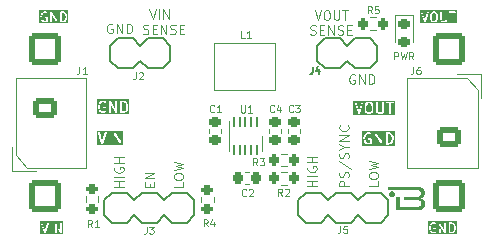
<source format=gto>
G04 #@! TF.GenerationSoftware,KiCad,Pcbnew,8.0.3*
G04 #@! TF.CreationDate,2024-07-19T18:12:48+03:00*
G04 #@! TF.ProjectId,B-TPS63030-Brk-01Mbr-R01,422d5450-5336-4333-9033-302d42726b2d,rev?*
G04 #@! TF.SameCoordinates,Original*
G04 #@! TF.FileFunction,Legend,Top*
G04 #@! TF.FilePolarity,Positive*
%FSLAX46Y46*%
G04 Gerber Fmt 4.6, Leading zero omitted, Abs format (unit mm)*
G04 Created by KiCad (PCBNEW 8.0.3) date 2024-07-19 18:12:48*
%MOMM*%
%LPD*%
G01*
G04 APERTURE LIST*
G04 Aperture macros list*
%AMRoundRect*
0 Rectangle with rounded corners*
0 $1 Rounding radius*
0 $2 $3 $4 $5 $6 $7 $8 $9 X,Y pos of 4 corners*
0 Add a 4 corners polygon primitive as box body*
4,1,4,$2,$3,$4,$5,$6,$7,$8,$9,$2,$3,0*
0 Add four circle primitives for the rounded corners*
1,1,$1+$1,$2,$3*
1,1,$1+$1,$4,$5*
1,1,$1+$1,$6,$7*
1,1,$1+$1,$8,$9*
0 Add four rect primitives between the rounded corners*
20,1,$1+$1,$2,$3,$4,$5,0*
20,1,$1+$1,$4,$5,$6,$7,0*
20,1,$1+$1,$6,$7,$8,$9,0*
20,1,$1+$1,$8,$9,$2,$3,0*%
G04 Aperture macros list end*
%ADD10C,0.000000*%
%ADD11C,0.150000*%
%ADD12C,0.120000*%
%ADD13C,0.130000*%
%ADD14C,0.100000*%
%ADD15C,0.127000*%
%ADD16C,0.203200*%
%ADD17C,2.082800*%
%ADD18RoundRect,0.218750X-0.256250X0.218750X-0.256250X-0.218750X0.256250X-0.218750X0.256250X0.218750X0*%
%ADD19O,2.000000X1.700000*%
%ADD20RoundRect,0.250000X-0.750000X0.600000X-0.750000X-0.600000X0.750000X-0.600000X0.750000X0.600000X0*%
%ADD21RoundRect,0.250000X-1.125000X-1.125000X1.125000X-1.125000X1.125000X1.125000X-1.125000X1.125000X0*%
%ADD22RoundRect,0.200000X-0.200000X-0.275000X0.200000X-0.275000X0.200000X0.275000X-0.200000X0.275000X0*%
%ADD23C,1.000000*%
%ADD24RoundRect,0.200000X0.200000X0.275000X-0.200000X0.275000X-0.200000X-0.275000X0.200000X-0.275000X0*%
%ADD25RoundRect,0.200000X-0.275000X0.200000X-0.275000X-0.200000X0.275000X-0.200000X0.275000X0.200000X0*%
%ADD26RoundRect,0.225000X-0.250000X0.225000X-0.250000X-0.225000X0.250000X-0.225000X0.250000X0.225000X0*%
%ADD27R,1.200000X2.000000*%
%ADD28RoundRect,0.250000X0.750000X-0.600000X0.750000X0.600000X-0.750000X0.600000X-0.750000X-0.600000X0*%
%ADD29RoundRect,0.225000X-0.225000X-0.250000X0.225000X-0.250000X0.225000X0.250000X-0.225000X0.250000X0*%
%ADD30RoundRect,0.062500X-0.062500X0.350000X-0.062500X-0.350000X0.062500X-0.350000X0.062500X0.350000X0*%
%ADD31R,2.000000X1.200000*%
G04 APERTURE END LIST*
D10*
G36*
X189229873Y-94527058D02*
G01*
X189242343Y-94528006D01*
X189254630Y-94529568D01*
X189266722Y-94531727D01*
X189278601Y-94534469D01*
X189290252Y-94537777D01*
X189301661Y-94541637D01*
X189312811Y-94546034D01*
X189323687Y-94550951D01*
X189334274Y-94556373D01*
X189344556Y-94562285D01*
X189354518Y-94568672D01*
X189364145Y-94575517D01*
X189373420Y-94582806D01*
X189382329Y-94590524D01*
X189390856Y-94598653D01*
X189398986Y-94607181D01*
X189406704Y-94616090D01*
X189413993Y-94625365D01*
X189420838Y-94634992D01*
X189427225Y-94644954D01*
X189433137Y-94655236D01*
X189438559Y-94665823D01*
X189443476Y-94676699D01*
X189447873Y-94687849D01*
X189451733Y-94699258D01*
X189455041Y-94710909D01*
X189457783Y-94722788D01*
X189459942Y-94734880D01*
X189461504Y-94747167D01*
X189462452Y-94759637D01*
X189462771Y-94772272D01*
X189462452Y-94784907D01*
X189461504Y-94797376D01*
X189459942Y-94809664D01*
X189457783Y-94821755D01*
X189455041Y-94833634D01*
X189451733Y-94845286D01*
X189447873Y-94856694D01*
X189443476Y-94867844D01*
X189438559Y-94878721D01*
X189433137Y-94889308D01*
X189427225Y-94899590D01*
X189420838Y-94909552D01*
X189413993Y-94919178D01*
X189406704Y-94928454D01*
X189398986Y-94937363D01*
X189390856Y-94945890D01*
X189382329Y-94954020D01*
X189373420Y-94961737D01*
X189364145Y-94969026D01*
X189354518Y-94975872D01*
X189344556Y-94982258D01*
X189334274Y-94988171D01*
X189323687Y-94993593D01*
X189312811Y-94998510D01*
X189301661Y-95002906D01*
X189290252Y-95006766D01*
X189278601Y-95010075D01*
X189266722Y-95012817D01*
X189254630Y-95014976D01*
X189242343Y-95016537D01*
X189229873Y-95017486D01*
X189217238Y-95017805D01*
X189204603Y-95017486D01*
X189192134Y-95016537D01*
X189179846Y-95014976D01*
X189167755Y-95012817D01*
X189155876Y-95010075D01*
X189144224Y-95006766D01*
X189132816Y-95002906D01*
X189121666Y-94998510D01*
X189110789Y-94993593D01*
X189100202Y-94988171D01*
X189089920Y-94982258D01*
X189079958Y-94975872D01*
X189070332Y-94969026D01*
X189061056Y-94961737D01*
X189052147Y-94954020D01*
X189043620Y-94945890D01*
X189035490Y-94937363D01*
X189027773Y-94928454D01*
X189020484Y-94919178D01*
X189013638Y-94909552D01*
X189007252Y-94899590D01*
X189001339Y-94889308D01*
X188995917Y-94878721D01*
X188991000Y-94867844D01*
X188986604Y-94856694D01*
X188982744Y-94845286D01*
X188979435Y-94833634D01*
X188976693Y-94821755D01*
X188974534Y-94809664D01*
X188972973Y-94797376D01*
X188972024Y-94784907D01*
X188971705Y-94772272D01*
X188972024Y-94759637D01*
X188972973Y-94747167D01*
X188974534Y-94734880D01*
X188976693Y-94722788D01*
X188979435Y-94710909D01*
X188982744Y-94699258D01*
X188986604Y-94687849D01*
X188991000Y-94676699D01*
X188995917Y-94665823D01*
X189001339Y-94655236D01*
X189007252Y-94644954D01*
X189013638Y-94634992D01*
X189020484Y-94625365D01*
X189027773Y-94616090D01*
X189035490Y-94607181D01*
X189043620Y-94598653D01*
X189052147Y-94590524D01*
X189061056Y-94582806D01*
X189070332Y-94575517D01*
X189079958Y-94568672D01*
X189089920Y-94562285D01*
X189100202Y-94556373D01*
X189110789Y-94550951D01*
X189121666Y-94546034D01*
X189132816Y-94541637D01*
X189144224Y-94537777D01*
X189155876Y-94534469D01*
X189167755Y-94531727D01*
X189179846Y-94529568D01*
X189192134Y-94528006D01*
X189204603Y-94527058D01*
X189217238Y-94526738D01*
X189229873Y-94527058D01*
G37*
G36*
X191405282Y-94141007D02*
G01*
X191476856Y-94145983D01*
X191544279Y-94154499D01*
X191607434Y-94166740D01*
X191666205Y-94182887D01*
X191693910Y-94192483D01*
X191720475Y-94203124D01*
X191745886Y-94214834D01*
X191770129Y-94227634D01*
X191793188Y-94241548D01*
X191815049Y-94256599D01*
X191835698Y-94272810D01*
X191855121Y-94290203D01*
X191873301Y-94308801D01*
X191890226Y-94328628D01*
X191905881Y-94349705D01*
X191920250Y-94372057D01*
X191933320Y-94395706D01*
X191945075Y-94420674D01*
X191955503Y-94446985D01*
X191964587Y-94474661D01*
X191972313Y-94503725D01*
X191978667Y-94534201D01*
X191983635Y-94566110D01*
X191987201Y-94599477D01*
X191989351Y-94634323D01*
X191990071Y-94670672D01*
X191989656Y-94694436D01*
X191988424Y-94717512D01*
X191986396Y-94739908D01*
X191983591Y-94761629D01*
X191980031Y-94782682D01*
X191975735Y-94803075D01*
X191970724Y-94822815D01*
X191965018Y-94841907D01*
X191958639Y-94860359D01*
X191951605Y-94878177D01*
X191943937Y-94895369D01*
X191935656Y-94911941D01*
X191926782Y-94927900D01*
X191917335Y-94943252D01*
X191896806Y-94972165D01*
X191874229Y-94998733D01*
X191849770Y-95023012D01*
X191823589Y-95045056D01*
X191795851Y-95064918D01*
X191766717Y-95082653D01*
X191736350Y-95098315D01*
X191704914Y-95111959D01*
X191672571Y-95123639D01*
X191690000Y-95127636D01*
X191707150Y-95132285D01*
X191724003Y-95137588D01*
X191740542Y-95143547D01*
X191756749Y-95150161D01*
X191772605Y-95157434D01*
X191788092Y-95165366D01*
X191803193Y-95173959D01*
X191817889Y-95183214D01*
X191832162Y-95193132D01*
X191845995Y-95203715D01*
X191859369Y-95214963D01*
X191872266Y-95226880D01*
X191884669Y-95239464D01*
X191896559Y-95252720D01*
X191907918Y-95266646D01*
X191918728Y-95281245D01*
X191928972Y-95296519D01*
X191938630Y-95312468D01*
X191947686Y-95329094D01*
X191956121Y-95346398D01*
X191963917Y-95364382D01*
X191971056Y-95383047D01*
X191977520Y-95402394D01*
X191983291Y-95422425D01*
X191988351Y-95443140D01*
X191992682Y-95464543D01*
X191996266Y-95486633D01*
X191999085Y-95509412D01*
X192001121Y-95532881D01*
X192002355Y-95557043D01*
X192002771Y-95581897D01*
X192002077Y-95616582D01*
X192000000Y-95650000D01*
X191996545Y-95682163D01*
X191991716Y-95713081D01*
X191985521Y-95742765D01*
X191977963Y-95771225D01*
X191969049Y-95798473D01*
X191958784Y-95824520D01*
X191947173Y-95849376D01*
X191934222Y-95873053D01*
X191919936Y-95895560D01*
X191904321Y-95916909D01*
X191887382Y-95937111D01*
X191869124Y-95956177D01*
X191849554Y-95974118D01*
X191828675Y-95990943D01*
X191806495Y-96006665D01*
X191783017Y-96021294D01*
X191758248Y-96034840D01*
X191732193Y-96047316D01*
X191704858Y-96058731D01*
X191676247Y-96069096D01*
X191646367Y-96078423D01*
X191615223Y-96086722D01*
X191582819Y-96094004D01*
X191549163Y-96100280D01*
X191514258Y-96105561D01*
X191478111Y-96109857D01*
X191402110Y-96115539D01*
X191321204Y-96117414D01*
X189559080Y-96117414D01*
X189560138Y-96117413D01*
X189560138Y-95006164D01*
X189904096Y-95006164D01*
X189904096Y-95846480D01*
X191307447Y-95846480D01*
X191349647Y-95845430D01*
X191389317Y-95842249D01*
X191426428Y-95836887D01*
X191460954Y-95829299D01*
X191477241Y-95824654D01*
X191492871Y-95819434D01*
X191507841Y-95813633D01*
X191522150Y-95807245D01*
X191535792Y-95800264D01*
X191548765Y-95792685D01*
X191561066Y-95784500D01*
X191572691Y-95775704D01*
X191583637Y-95766291D01*
X191593901Y-95756255D01*
X191603479Y-95745590D01*
X191612368Y-95734291D01*
X191620565Y-95722350D01*
X191628067Y-95709762D01*
X191634870Y-95696520D01*
X191640970Y-95682620D01*
X191646366Y-95668055D01*
X191651052Y-95652819D01*
X191655027Y-95636905D01*
X191658286Y-95620309D01*
X191660827Y-95603023D01*
X191662646Y-95585043D01*
X191663740Y-95566361D01*
X191664105Y-95546972D01*
X191663792Y-95527644D01*
X191662853Y-95509139D01*
X191661287Y-95491444D01*
X191659096Y-95474544D01*
X191656280Y-95458427D01*
X191652838Y-95443078D01*
X191648771Y-95428484D01*
X191644079Y-95414631D01*
X191638763Y-95401504D01*
X191632821Y-95389092D01*
X191626256Y-95377378D01*
X191619066Y-95366351D01*
X191611252Y-95355995D01*
X191602814Y-95346298D01*
X191593753Y-95337245D01*
X191584068Y-95328823D01*
X191573761Y-95321018D01*
X191562830Y-95313816D01*
X191551276Y-95307204D01*
X191539100Y-95301168D01*
X191526301Y-95295693D01*
X191512880Y-95290767D01*
X191498837Y-95286375D01*
X191484172Y-95282504D01*
X191468885Y-95279140D01*
X191452977Y-95276269D01*
X191419297Y-95271952D01*
X191383134Y-95269442D01*
X191344488Y-95268630D01*
X190248055Y-95268630D01*
X190248055Y-95006164D01*
X191278871Y-95006164D01*
X191319819Y-95005087D01*
X191358856Y-95001817D01*
X191395880Y-94996292D01*
X191430792Y-94988453D01*
X191447423Y-94983647D01*
X191463489Y-94978239D01*
X191478976Y-94972222D01*
X191493872Y-94965589D01*
X191508164Y-94958332D01*
X191521840Y-94950444D01*
X191534886Y-94941916D01*
X191547291Y-94932742D01*
X191559042Y-94922913D01*
X191570126Y-94912423D01*
X191580530Y-94901263D01*
X191590242Y-94889426D01*
X191599250Y-94876905D01*
X191607541Y-94863692D01*
X191615102Y-94849780D01*
X191621920Y-94835160D01*
X191627984Y-94819826D01*
X191633279Y-94803769D01*
X191637795Y-94786982D01*
X191641518Y-94769459D01*
X191644435Y-94751190D01*
X191646535Y-94732169D01*
X191647804Y-94712387D01*
X191648230Y-94691839D01*
X191647886Y-94674099D01*
X191646858Y-94656994D01*
X191645150Y-94640519D01*
X191642766Y-94624668D01*
X191639710Y-94609437D01*
X191635986Y-94594821D01*
X191631598Y-94580817D01*
X191626550Y-94567418D01*
X191620847Y-94554621D01*
X191614491Y-94542421D01*
X191607488Y-94530814D01*
X191599842Y-94519793D01*
X191591556Y-94509356D01*
X191582634Y-94499497D01*
X191573082Y-94490211D01*
X191562902Y-94481495D01*
X191552098Y-94473343D01*
X191540676Y-94465750D01*
X191528638Y-94458713D01*
X191515990Y-94452225D01*
X191502734Y-94446284D01*
X191488876Y-94440883D01*
X191474419Y-94436019D01*
X191459367Y-94431687D01*
X191443724Y-94427882D01*
X191427495Y-94424599D01*
X191410683Y-94421834D01*
X191393293Y-94419582D01*
X191356794Y-94416600D01*
X191318030Y-94415614D01*
X188873280Y-94415614D01*
X188873280Y-94139389D01*
X191329672Y-94139389D01*
X191405282Y-94141007D01*
G37*
D11*
G36*
X187391460Y-87109333D02*
G01*
X187455663Y-87172188D01*
X187491560Y-87311317D01*
X187492849Y-87592712D01*
X187457465Y-87738920D01*
X187396462Y-87801231D01*
X187336534Y-87832178D01*
X187200432Y-87833232D01*
X187141623Y-87804780D01*
X187077419Y-87741924D01*
X187041521Y-87602796D01*
X187040232Y-87321401D01*
X187075617Y-87175192D01*
X187136619Y-87112882D01*
X187196547Y-87081935D01*
X187332649Y-87080881D01*
X187391460Y-87109333D01*
G37*
G36*
X189454386Y-88082057D02*
G01*
X185934987Y-88082057D01*
X185934987Y-87016437D01*
X186034987Y-87016437D01*
X186038247Y-87030774D01*
X186336692Y-87921665D01*
X186337062Y-87926867D01*
X186341222Y-87935188D01*
X186344241Y-87944199D01*
X186347751Y-87948246D01*
X186350148Y-87953040D01*
X186357256Y-87959205D01*
X186363415Y-87966306D01*
X186368204Y-87968700D01*
X186372255Y-87972214D01*
X186381180Y-87975188D01*
X186389588Y-87979393D01*
X186394932Y-87979772D01*
X186400018Y-87981468D01*
X186409398Y-87980801D01*
X186418778Y-87981468D01*
X186423863Y-87979772D01*
X186429208Y-87979393D01*
X186437618Y-87975187D01*
X186446540Y-87972214D01*
X186450587Y-87968703D01*
X186455381Y-87966307D01*
X186461544Y-87959201D01*
X186468648Y-87953040D01*
X186471043Y-87948248D01*
X186474555Y-87944200D01*
X186480549Y-87930774D01*
X186687419Y-87307057D01*
X186891541Y-87307057D01*
X186892892Y-87602216D01*
X186891630Y-87610703D01*
X186892973Y-87619789D01*
X186892982Y-87621689D01*
X186893404Y-87622710D01*
X186893780Y-87625247D01*
X186935839Y-87788255D01*
X186935839Y-87793116D01*
X186939165Y-87801145D01*
X186941584Y-87810521D01*
X186944904Y-87815002D01*
X186947038Y-87820153D01*
X186956365Y-87831518D01*
X187042721Y-87916061D01*
X187049129Y-87923450D01*
X187052319Y-87925458D01*
X187053445Y-87926560D01*
X187055272Y-87927317D01*
X187061572Y-87931282D01*
X187137999Y-87968257D01*
X187139159Y-87969417D01*
X187147759Y-87972979D01*
X187161018Y-87979394D01*
X187163705Y-87979584D01*
X187166195Y-87980616D01*
X187180827Y-87982057D01*
X187340921Y-87980817D01*
X187342874Y-87981468D01*
X187353394Y-87980720D01*
X187366887Y-87980616D01*
X187369376Y-87979584D01*
X187372064Y-87979394D01*
X187385796Y-87974139D01*
X187471013Y-87930132D01*
X187479638Y-87926560D01*
X187482534Y-87924183D01*
X187483954Y-87923450D01*
X187485253Y-87921951D01*
X187491003Y-87917233D01*
X187570148Y-87836389D01*
X187574076Y-87834033D01*
X187579120Y-87827224D01*
X187586045Y-87820152D01*
X187588178Y-87815000D01*
X187591498Y-87810521D01*
X187596445Y-87796675D01*
X187636958Y-87629272D01*
X187640100Y-87621689D01*
X187640996Y-87612589D01*
X187641453Y-87610702D01*
X187641289Y-87609606D01*
X187641541Y-87607057D01*
X187640189Y-87311903D01*
X187641453Y-87303412D01*
X187640108Y-87294321D01*
X187640100Y-87292425D01*
X187639677Y-87291404D01*
X187639302Y-87288867D01*
X187597243Y-87125858D01*
X187597243Y-87120997D01*
X187593916Y-87112965D01*
X187591498Y-87103592D01*
X187588179Y-87099113D01*
X187586045Y-87093960D01*
X187576717Y-87082595D01*
X187499559Y-87007057D01*
X187877255Y-87007057D01*
X187878644Y-87723844D01*
X187877844Y-87726247D01*
X187878672Y-87737901D01*
X187878696Y-87750260D01*
X187879727Y-87752749D01*
X187879918Y-87755437D01*
X187885173Y-87769169D01*
X187929180Y-87854387D01*
X187932752Y-87863010D01*
X187935128Y-87865906D01*
X187935862Y-87867326D01*
X187937360Y-87868625D01*
X187942079Y-87874375D01*
X187986511Y-87917137D01*
X187991986Y-87923450D01*
X187995120Y-87925423D01*
X187996302Y-87926560D01*
X187998129Y-87927317D01*
X188004429Y-87931282D01*
X188080856Y-87968257D01*
X188082016Y-87969417D01*
X188090616Y-87972979D01*
X188103875Y-87979394D01*
X188106562Y-87979584D01*
X188109052Y-87980616D01*
X188123684Y-87982057D01*
X188283778Y-87980817D01*
X188285731Y-87981468D01*
X188296251Y-87980720D01*
X188309744Y-87980616D01*
X188312233Y-87979584D01*
X188314921Y-87979394D01*
X188328653Y-87974139D01*
X188413870Y-87930132D01*
X188422495Y-87926560D01*
X188425390Y-87924183D01*
X188426811Y-87923450D01*
X188428111Y-87921950D01*
X188433861Y-87917232D01*
X188476622Y-87872799D01*
X188482934Y-87867326D01*
X188484906Y-87864191D01*
X188486045Y-87863009D01*
X188486802Y-87861179D01*
X188490766Y-87854883D01*
X188527741Y-87778455D01*
X188528901Y-87777296D01*
X188532463Y-87768695D01*
X188538878Y-87755437D01*
X188539068Y-87752749D01*
X188540100Y-87750260D01*
X188541541Y-87735628D01*
X188540100Y-86992425D01*
X188692982Y-86992425D01*
X188692982Y-87021689D01*
X188704181Y-87048725D01*
X188724873Y-87069417D01*
X188751909Y-87080616D01*
X188766541Y-87082057D01*
X188948801Y-87081560D01*
X188950125Y-87921689D01*
X188961324Y-87948725D01*
X188982016Y-87969417D01*
X189009052Y-87980616D01*
X189038316Y-87980616D01*
X189065352Y-87969417D01*
X189086044Y-87948725D01*
X189097243Y-87921689D01*
X189098684Y-87907057D01*
X189097382Y-87081155D01*
X189295459Y-87080616D01*
X189322495Y-87069417D01*
X189343187Y-87048725D01*
X189354386Y-87021689D01*
X189354386Y-86992425D01*
X189343187Y-86965389D01*
X189322495Y-86944697D01*
X189295459Y-86933498D01*
X189280827Y-86932057D01*
X188751909Y-86933498D01*
X188724873Y-86944697D01*
X188704181Y-86965389D01*
X188692982Y-86992425D01*
X188540100Y-86992425D01*
X188528901Y-86965389D01*
X188508209Y-86944697D01*
X188481173Y-86933498D01*
X188451909Y-86933498D01*
X188424873Y-86944697D01*
X188404181Y-86965389D01*
X188392982Y-86992425D01*
X188391541Y-87007057D01*
X188392914Y-87715613D01*
X188364155Y-87775058D01*
X188338616Y-87801594D01*
X188279391Y-87832178D01*
X188143289Y-87833232D01*
X188084253Y-87804671D01*
X188057717Y-87779132D01*
X188027224Y-87720084D01*
X188025814Y-86992425D01*
X188014615Y-86965389D01*
X187993923Y-86944697D01*
X187966887Y-86933498D01*
X187937623Y-86933498D01*
X187910587Y-86944697D01*
X187889895Y-86965389D01*
X187878696Y-86992425D01*
X187877255Y-87007057D01*
X187499559Y-87007057D01*
X187490361Y-86998052D01*
X187483954Y-86990664D01*
X187480763Y-86988655D01*
X187479638Y-86987554D01*
X187477810Y-86986796D01*
X187471511Y-86982832D01*
X187395082Y-86945856D01*
X187393923Y-86944697D01*
X187385323Y-86941134D01*
X187372064Y-86934720D01*
X187369376Y-86934529D01*
X187366887Y-86933498D01*
X187352255Y-86932057D01*
X187192160Y-86933296D01*
X187190208Y-86932646D01*
X187179687Y-86933393D01*
X187166195Y-86933498D01*
X187163705Y-86934529D01*
X187161018Y-86934720D01*
X187147286Y-86939975D01*
X187062071Y-86983980D01*
X187053446Y-86987553D01*
X187050548Y-86989931D01*
X187049129Y-86990664D01*
X187047829Y-86992162D01*
X187042081Y-86996880D01*
X186962934Y-87077722D01*
X186959006Y-87080080D01*
X186953960Y-87086888D01*
X186947038Y-87093960D01*
X186944904Y-87099111D01*
X186941584Y-87103592D01*
X186936637Y-87117438D01*
X186896125Y-87284836D01*
X186892982Y-87292425D01*
X186892085Y-87301530D01*
X186891630Y-87303412D01*
X186891792Y-87304503D01*
X186891541Y-87307057D01*
X186687419Y-87307057D01*
X186783809Y-87016438D01*
X186781734Y-86987248D01*
X186768648Y-86961074D01*
X186746540Y-86941900D01*
X186718778Y-86932646D01*
X186689588Y-86934721D01*
X186663415Y-86947808D01*
X186644241Y-86969915D01*
X186638247Y-86983340D01*
X186409794Y-87672130D01*
X186174555Y-86969914D01*
X186155381Y-86947807D01*
X186129208Y-86934721D01*
X186100018Y-86932646D01*
X186072255Y-86941900D01*
X186050148Y-86961074D01*
X186037062Y-86987247D01*
X186034987Y-87016437D01*
X185934987Y-87016437D01*
X185934987Y-86832057D01*
X189454386Y-86832057D01*
X189454386Y-88082057D01*
G37*
D12*
X165538470Y-80358950D02*
X165462280Y-80320855D01*
X165462280Y-80320855D02*
X165347994Y-80320855D01*
X165347994Y-80320855D02*
X165233708Y-80358950D01*
X165233708Y-80358950D02*
X165157518Y-80435140D01*
X165157518Y-80435140D02*
X165119423Y-80511331D01*
X165119423Y-80511331D02*
X165081327Y-80663712D01*
X165081327Y-80663712D02*
X165081327Y-80777998D01*
X165081327Y-80777998D02*
X165119423Y-80930379D01*
X165119423Y-80930379D02*
X165157518Y-81006569D01*
X165157518Y-81006569D02*
X165233708Y-81082760D01*
X165233708Y-81082760D02*
X165347994Y-81120855D01*
X165347994Y-81120855D02*
X165424185Y-81120855D01*
X165424185Y-81120855D02*
X165538470Y-81082760D01*
X165538470Y-81082760D02*
X165576566Y-81044664D01*
X165576566Y-81044664D02*
X165576566Y-80777998D01*
X165576566Y-80777998D02*
X165424185Y-80777998D01*
X165919423Y-81120855D02*
X165919423Y-80320855D01*
X165919423Y-80320855D02*
X166376566Y-81120855D01*
X166376566Y-81120855D02*
X166376566Y-80320855D01*
X166757518Y-81120855D02*
X166757518Y-80320855D01*
X166757518Y-80320855D02*
X166947994Y-80320855D01*
X166947994Y-80320855D02*
X167062280Y-80358950D01*
X167062280Y-80358950D02*
X167138470Y-80435140D01*
X167138470Y-80435140D02*
X167176565Y-80511331D01*
X167176565Y-80511331D02*
X167214661Y-80663712D01*
X167214661Y-80663712D02*
X167214661Y-80777998D01*
X167214661Y-80777998D02*
X167176565Y-80930379D01*
X167176565Y-80930379D02*
X167138470Y-81006569D01*
X167138470Y-81006569D02*
X167062280Y-81082760D01*
X167062280Y-81082760D02*
X166947994Y-81120855D01*
X166947994Y-81120855D02*
X166757518Y-81120855D01*
D11*
G36*
X189056759Y-89688823D02*
G01*
X189121429Y-89752135D01*
X189155334Y-89817790D01*
X189195155Y-89972125D01*
X189196267Y-90082628D01*
X189158984Y-90236686D01*
X189124978Y-90306974D01*
X189060220Y-90373121D01*
X188961420Y-90407111D01*
X188830709Y-90407934D01*
X188829525Y-89656593D01*
X188954447Y-89655806D01*
X189056759Y-89688823D01*
G37*
G36*
X189445112Y-90657057D02*
G01*
X186695112Y-90657057D01*
X186695112Y-89967771D01*
X186795112Y-89967771D01*
X186796363Y-90092172D01*
X186795201Y-90099987D01*
X186796533Y-90108998D01*
X186796553Y-90110974D01*
X186796976Y-90111995D01*
X186797351Y-90114532D01*
X186840112Y-90280261D01*
X186840632Y-90287580D01*
X186844832Y-90298555D01*
X186845155Y-90299807D01*
X186845477Y-90300242D01*
X186845887Y-90301312D01*
X186889894Y-90386530D01*
X186893466Y-90395153D01*
X186895842Y-90398049D01*
X186896576Y-90399469D01*
X186898074Y-90400768D01*
X186902793Y-90406518D01*
X186981472Y-90483545D01*
X186982291Y-90485183D01*
X186989775Y-90491674D01*
X186999873Y-90501560D01*
X187002361Y-90502590D01*
X187004398Y-90504357D01*
X187017824Y-90510351D01*
X187146270Y-90551801D01*
X187155480Y-90555616D01*
X187159238Y-90555986D01*
X187160732Y-90556468D01*
X187162706Y-90556327D01*
X187170112Y-90557057D01*
X187256117Y-90555821D01*
X187265206Y-90556468D01*
X187268851Y-90555639D01*
X187270458Y-90555616D01*
X187272289Y-90554857D01*
X187279543Y-90553208D01*
X187397118Y-90512759D01*
X187399030Y-90512759D01*
X187408398Y-90508878D01*
X187421541Y-90504357D01*
X187423577Y-90502590D01*
X187426066Y-90501560D01*
X187437432Y-90492232D01*
X187489616Y-90438009D01*
X187494664Y-90425822D01*
X187500814Y-90410974D01*
X187502255Y-90396342D01*
X187500814Y-90081710D01*
X187489615Y-90054674D01*
X187468923Y-90033982D01*
X187441887Y-90022783D01*
X187427255Y-90021342D01*
X187241194Y-90022783D01*
X187214158Y-90033982D01*
X187193466Y-90054674D01*
X187182267Y-90081710D01*
X187182267Y-90110974D01*
X187193466Y-90138010D01*
X187214158Y-90158702D01*
X187241194Y-90169901D01*
X187255826Y-90171342D01*
X187352595Y-90170592D01*
X187353484Y-90364856D01*
X187345329Y-90373330D01*
X187246923Y-90407184D01*
X187185051Y-90408073D01*
X187083464Y-90375291D01*
X187018794Y-90311978D01*
X186984889Y-90246322D01*
X186945068Y-90091987D01*
X186943956Y-89981485D01*
X186981241Y-89827422D01*
X187015244Y-89757138D01*
X187080002Y-89690992D01*
X187178901Y-89656968D01*
X187279239Y-89655958D01*
X187364589Y-89697251D01*
X187393779Y-89699325D01*
X187421540Y-89690071D01*
X187443647Y-89670898D01*
X187456735Y-89644723D01*
X187458809Y-89615533D01*
X187449555Y-89587772D01*
X187444599Y-89582057D01*
X187737969Y-89582057D01*
X187739410Y-90496689D01*
X187750609Y-90523725D01*
X187771301Y-90544417D01*
X187798337Y-90555616D01*
X187827601Y-90555616D01*
X187854637Y-90544417D01*
X187875329Y-90523725D01*
X187886528Y-90496689D01*
X187887969Y-90482057D01*
X187886992Y-89861991D01*
X188261158Y-90514705D01*
X188264895Y-90523725D01*
X188268255Y-90527085D01*
X188270647Y-90531257D01*
X188278536Y-90537366D01*
X188285587Y-90544417D01*
X188290003Y-90546246D01*
X188293784Y-90549174D01*
X188303407Y-90551798D01*
X188312623Y-90555616D01*
X188317404Y-90555616D01*
X188322016Y-90556874D01*
X188331910Y-90555616D01*
X188341887Y-90555616D01*
X188346305Y-90553785D01*
X188351046Y-90553183D01*
X188359703Y-90548235D01*
X188368923Y-90544417D01*
X188372304Y-90541035D01*
X188376455Y-90538664D01*
X188382561Y-90530778D01*
X188389615Y-90523725D01*
X188391445Y-90519306D01*
X188394372Y-90515527D01*
X188396996Y-90505905D01*
X188400814Y-90496689D01*
X188401550Y-90489206D01*
X188402072Y-90487296D01*
X188401884Y-90485820D01*
X188402255Y-90482057D01*
X188400837Y-89582057D01*
X188680826Y-89582057D01*
X188682267Y-90496689D01*
X188693466Y-90523725D01*
X188714158Y-90544417D01*
X188741194Y-90555616D01*
X188755826Y-90557057D01*
X188968908Y-90555715D01*
X188979492Y-90556468D01*
X188983196Y-90555625D01*
X188984744Y-90555616D01*
X188986575Y-90554857D01*
X188993829Y-90553208D01*
X189111404Y-90512759D01*
X189113314Y-90512759D01*
X189122678Y-90508880D01*
X189135826Y-90504357D01*
X189137862Y-90502590D01*
X189140351Y-90501560D01*
X189151716Y-90492233D01*
X189236259Y-90405876D01*
X189243648Y-90399469D01*
X189245656Y-90396278D01*
X189246758Y-90395153D01*
X189247515Y-90393325D01*
X189251480Y-90387026D01*
X189291057Y-90305221D01*
X189295069Y-90299807D01*
X189299001Y-90288800D01*
X189299592Y-90287580D01*
X189299630Y-90287040D01*
X189300016Y-90285961D01*
X189340529Y-90118557D01*
X189343671Y-90110974D01*
X189344567Y-90101874D01*
X189345024Y-90099987D01*
X189344860Y-90098891D01*
X189345112Y-90096342D01*
X189343860Y-89971945D01*
X189345024Y-89964126D01*
X189343690Y-89955111D01*
X189343671Y-89953139D01*
X189343248Y-89952118D01*
X189342873Y-89949581D01*
X189300111Y-89783851D01*
X189299592Y-89776533D01*
X189295391Y-89765557D01*
X189295069Y-89764306D01*
X189294746Y-89763870D01*
X189294337Y-89762801D01*
X189250330Y-89677583D01*
X189246758Y-89668960D01*
X189244381Y-89666063D01*
X189243648Y-89664644D01*
X189242149Y-89663344D01*
X189237431Y-89657595D01*
X189158751Y-89580568D01*
X189157933Y-89578931D01*
X189150449Y-89572440D01*
X189140350Y-89562553D01*
X189137861Y-89561522D01*
X189135826Y-89559757D01*
X189122400Y-89553763D01*
X188993953Y-89512312D01*
X188984744Y-89508498D01*
X188980985Y-89508127D01*
X188979492Y-89507646D01*
X188977517Y-89507786D01*
X188970112Y-89507057D01*
X188741194Y-89508498D01*
X188714158Y-89519697D01*
X188693466Y-89540389D01*
X188682267Y-89567425D01*
X188680826Y-89582057D01*
X188400837Y-89582057D01*
X188400814Y-89567425D01*
X188389615Y-89540389D01*
X188368923Y-89519697D01*
X188341887Y-89508498D01*
X188312623Y-89508498D01*
X188285587Y-89519697D01*
X188264895Y-89540389D01*
X188253696Y-89567425D01*
X188252255Y-89582057D01*
X188253231Y-90202121D01*
X187879065Y-89549408D01*
X187875329Y-89540389D01*
X187871968Y-89537028D01*
X187869577Y-89532857D01*
X187861687Y-89526747D01*
X187854637Y-89519697D01*
X187850220Y-89517867D01*
X187846440Y-89514940D01*
X187836816Y-89512315D01*
X187827601Y-89508498D01*
X187822820Y-89508498D01*
X187818208Y-89507240D01*
X187808311Y-89508498D01*
X187798337Y-89508498D01*
X187793921Y-89510327D01*
X187789178Y-89510930D01*
X187780513Y-89515880D01*
X187771301Y-89519697D01*
X187767922Y-89523075D01*
X187763769Y-89525449D01*
X187757659Y-89533338D01*
X187750609Y-89540389D01*
X187748779Y-89544805D01*
X187745852Y-89548586D01*
X187743227Y-89558209D01*
X187739410Y-89567425D01*
X187738673Y-89574907D01*
X187738152Y-89576818D01*
X187738339Y-89578293D01*
X187737969Y-89582057D01*
X187444599Y-89582057D01*
X187430382Y-89565664D01*
X187417939Y-89557832D01*
X187341511Y-89520856D01*
X187340352Y-89519697D01*
X187331751Y-89516134D01*
X187318493Y-89509720D01*
X187315805Y-89509529D01*
X187313316Y-89508498D01*
X187298684Y-89507057D01*
X187170584Y-89508346D01*
X187160732Y-89507646D01*
X187157054Y-89508482D01*
X187155480Y-89508498D01*
X187153648Y-89509256D01*
X187146395Y-89510906D01*
X187028820Y-89551355D01*
X187026910Y-89551355D01*
X187017542Y-89555234D01*
X187004398Y-89559757D01*
X187002362Y-89561522D01*
X186999874Y-89562553D01*
X186988509Y-89571880D01*
X186903965Y-89658235D01*
X186896576Y-89664644D01*
X186894567Y-89667834D01*
X186893466Y-89668960D01*
X186892708Y-89670787D01*
X186888744Y-89677087D01*
X186849166Y-89758891D01*
X186845155Y-89764306D01*
X186841222Y-89775312D01*
X186840632Y-89776533D01*
X186840593Y-89777072D01*
X186840208Y-89778152D01*
X186799696Y-89945550D01*
X186796553Y-89953139D01*
X186795656Y-89962244D01*
X186795201Y-89964126D01*
X186795363Y-89965217D01*
X186795112Y-89967771D01*
X186695112Y-89967771D01*
X186695112Y-89407057D01*
X189445112Y-89407057D01*
X189445112Y-90657057D01*
G37*
G36*
X166402255Y-90631874D02*
G01*
X164209987Y-90631874D01*
X164209987Y-89566437D01*
X164309987Y-89566437D01*
X164313247Y-89580774D01*
X164611692Y-90471665D01*
X164612062Y-90476867D01*
X164616222Y-90485188D01*
X164619241Y-90494199D01*
X164622751Y-90498246D01*
X164625148Y-90503040D01*
X164632256Y-90509205D01*
X164638415Y-90516306D01*
X164643204Y-90518700D01*
X164647255Y-90522214D01*
X164656180Y-90525188D01*
X164664588Y-90529393D01*
X164669932Y-90529772D01*
X164675018Y-90531468D01*
X164684398Y-90530801D01*
X164693778Y-90531468D01*
X164698863Y-90529772D01*
X164704208Y-90529393D01*
X164712618Y-90525187D01*
X164721540Y-90522214D01*
X164725587Y-90518703D01*
X164730381Y-90516307D01*
X164736544Y-90509201D01*
X164743648Y-90503040D01*
X164746043Y-90498248D01*
X164749555Y-90494200D01*
X164755549Y-90480774D01*
X165058809Y-89566438D01*
X165058142Y-89557057D01*
X165209398Y-89557057D01*
X165210839Y-90471689D01*
X165222038Y-90498725D01*
X165242730Y-90519417D01*
X165269766Y-90530616D01*
X165299030Y-90530616D01*
X165326066Y-90519417D01*
X165346758Y-90498725D01*
X165357957Y-90471689D01*
X165359398Y-90457057D01*
X165357980Y-89557057D01*
X165637969Y-89557057D01*
X165639410Y-90471689D01*
X165650609Y-90498725D01*
X165671301Y-90519417D01*
X165698337Y-90530616D01*
X165727601Y-90530616D01*
X165754637Y-90519417D01*
X165775329Y-90498725D01*
X165786528Y-90471689D01*
X165787969Y-90457057D01*
X165786992Y-89836991D01*
X166161158Y-90489705D01*
X166164895Y-90498725D01*
X166168255Y-90502085D01*
X166170647Y-90506257D01*
X166178536Y-90512366D01*
X166185587Y-90519417D01*
X166190003Y-90521246D01*
X166193784Y-90524174D01*
X166203407Y-90526798D01*
X166212623Y-90530616D01*
X166217404Y-90530616D01*
X166222016Y-90531874D01*
X166231910Y-90530616D01*
X166241887Y-90530616D01*
X166246305Y-90528785D01*
X166251046Y-90528183D01*
X166259703Y-90523235D01*
X166268923Y-90519417D01*
X166272304Y-90516035D01*
X166276455Y-90513664D01*
X166282561Y-90505778D01*
X166289615Y-90498725D01*
X166291445Y-90494306D01*
X166294372Y-90490527D01*
X166296996Y-90480905D01*
X166300814Y-90471689D01*
X166301550Y-90464206D01*
X166302072Y-90462296D01*
X166301884Y-90460820D01*
X166302255Y-90457057D01*
X166300814Y-89542425D01*
X166289615Y-89515389D01*
X166268923Y-89494697D01*
X166241887Y-89483498D01*
X166212623Y-89483498D01*
X166185587Y-89494697D01*
X166164895Y-89515389D01*
X166153696Y-89542425D01*
X166152255Y-89557057D01*
X166153231Y-90177121D01*
X165779065Y-89524408D01*
X165775329Y-89515389D01*
X165771968Y-89512028D01*
X165769577Y-89507857D01*
X165761687Y-89501747D01*
X165754637Y-89494697D01*
X165750220Y-89492867D01*
X165746440Y-89489940D01*
X165736816Y-89487315D01*
X165727601Y-89483498D01*
X165722820Y-89483498D01*
X165718208Y-89482240D01*
X165708311Y-89483498D01*
X165698337Y-89483498D01*
X165693921Y-89485327D01*
X165689178Y-89485930D01*
X165680513Y-89490880D01*
X165671301Y-89494697D01*
X165667922Y-89498075D01*
X165663769Y-89500449D01*
X165657659Y-89508338D01*
X165650609Y-89515389D01*
X165648779Y-89519805D01*
X165645852Y-89523586D01*
X165643227Y-89533209D01*
X165639410Y-89542425D01*
X165638673Y-89549907D01*
X165638152Y-89551818D01*
X165638339Y-89553293D01*
X165637969Y-89557057D01*
X165357980Y-89557057D01*
X165357957Y-89542425D01*
X165346758Y-89515389D01*
X165326066Y-89494697D01*
X165299030Y-89483498D01*
X165269766Y-89483498D01*
X165242730Y-89494697D01*
X165222038Y-89515389D01*
X165210839Y-89542425D01*
X165209398Y-89557057D01*
X165058142Y-89557057D01*
X165056734Y-89537248D01*
X165043648Y-89511074D01*
X165021540Y-89491900D01*
X164993778Y-89482646D01*
X164964588Y-89484721D01*
X164938415Y-89497808D01*
X164919241Y-89519915D01*
X164913247Y-89533340D01*
X164684794Y-90222130D01*
X164449555Y-89519914D01*
X164430381Y-89497807D01*
X164404208Y-89484721D01*
X164375018Y-89482646D01*
X164347255Y-89491900D01*
X164325148Y-89511074D01*
X164312062Y-89537247D01*
X164309987Y-89566437D01*
X164209987Y-89566437D01*
X164209987Y-89382240D01*
X166402255Y-89382240D01*
X166402255Y-90631874D01*
G37*
D12*
X166495855Y-94130576D02*
X165695855Y-94130576D01*
X166076807Y-94130576D02*
X166076807Y-93673433D01*
X166495855Y-93673433D02*
X165695855Y-93673433D01*
X166495855Y-93292481D02*
X165695855Y-93292481D01*
X165733950Y-92492482D02*
X165695855Y-92568672D01*
X165695855Y-92568672D02*
X165695855Y-92682958D01*
X165695855Y-92682958D02*
X165733950Y-92797244D01*
X165733950Y-92797244D02*
X165810140Y-92873434D01*
X165810140Y-92873434D02*
X165886331Y-92911529D01*
X165886331Y-92911529D02*
X166038712Y-92949625D01*
X166038712Y-92949625D02*
X166152998Y-92949625D01*
X166152998Y-92949625D02*
X166305379Y-92911529D01*
X166305379Y-92911529D02*
X166381569Y-92873434D01*
X166381569Y-92873434D02*
X166457760Y-92797244D01*
X166457760Y-92797244D02*
X166495855Y-92682958D01*
X166495855Y-92682958D02*
X166495855Y-92606767D01*
X166495855Y-92606767D02*
X166457760Y-92492482D01*
X166457760Y-92492482D02*
X166419664Y-92454386D01*
X166419664Y-92454386D02*
X166152998Y-92454386D01*
X166152998Y-92454386D02*
X166152998Y-92606767D01*
X166495855Y-92111529D02*
X165695855Y-92111529D01*
X166076807Y-92111529D02*
X166076807Y-91654386D01*
X166495855Y-91654386D02*
X165695855Y-91654386D01*
D13*
G36*
X161359018Y-79406999D02*
G01*
X161454080Y-79435130D01*
X161512041Y-79488922D01*
X161544904Y-79547871D01*
X161545085Y-79551576D01*
X161582061Y-79684062D01*
X161581240Y-79688192D01*
X161584633Y-79783637D01*
X161583181Y-79786713D01*
X161553357Y-79921471D01*
X161550006Y-79925790D01*
X161523183Y-79986060D01*
X161465131Y-80048612D01*
X161379695Y-80080359D01*
X161379573Y-80080335D01*
X161253724Y-80083226D01*
X161249679Y-79408943D01*
X161358059Y-79406452D01*
X161359018Y-79406999D01*
G37*
G36*
X161800129Y-80299224D02*
G01*
X159359017Y-80299224D01*
X159359017Y-79688192D01*
X159447906Y-79688192D01*
X159451460Y-79788167D01*
X159448614Y-79792912D01*
X159449847Y-79818243D01*
X159487851Y-79954411D01*
X159486166Y-79959467D01*
X159492864Y-79983928D01*
X159529045Y-80048827D01*
X159529045Y-80055923D01*
X159543135Y-80077011D01*
X159546496Y-80080130D01*
X159546509Y-80080153D01*
X159546526Y-80080158D01*
X159617575Y-80146097D01*
X159622699Y-80156345D01*
X159638036Y-80165087D01*
X159640412Y-80167292D01*
X159641904Y-80167292D01*
X159644732Y-80168904D01*
X159749102Y-80199790D01*
X159754699Y-80205387D01*
X159779573Y-80210335D01*
X159784002Y-80210118D01*
X159784181Y-80210171D01*
X159784317Y-80210102D01*
X159845071Y-80207128D01*
X159851157Y-80210171D01*
X159876319Y-80206999D01*
X159983175Y-80167292D01*
X159994924Y-80167292D01*
X160009644Y-80157455D01*
X160012637Y-80156344D01*
X160013303Y-80155011D01*
X160016011Y-80153202D01*
X160068197Y-80094019D01*
X160068197Y-80094018D01*
X160073145Y-80069144D01*
X160068197Y-79777604D01*
X160033019Y-79742426D01*
X160008145Y-79737478D01*
X159830890Y-79742426D01*
X159795712Y-79777604D01*
X159795712Y-79827352D01*
X159830890Y-79862530D01*
X159855764Y-79867478D01*
X159944206Y-79865009D01*
X159947179Y-80040197D01*
X159938997Y-80049476D01*
X159855887Y-80080359D01*
X159855764Y-80080335D01*
X159798353Y-80083145D01*
X159705064Y-80055538D01*
X159647105Y-80001748D01*
X159614241Y-79942797D01*
X159614061Y-79939094D01*
X159577084Y-79806607D01*
X159577906Y-79802478D01*
X159574512Y-79707032D01*
X159575965Y-79703957D01*
X159605788Y-79569198D01*
X159609140Y-79564880D01*
X159635962Y-79504608D01*
X159694014Y-79442057D01*
X159779450Y-79410310D01*
X159779573Y-79410335D01*
X159872763Y-79407021D01*
X159965441Y-79448266D01*
X160012637Y-79432534D01*
X160034885Y-79388038D01*
X160020651Y-79345335D01*
X160286002Y-79345335D01*
X160290950Y-80170209D01*
X160326128Y-80205387D01*
X160375876Y-80205387D01*
X160411054Y-80170209D01*
X160416002Y-80145335D01*
X160412621Y-79581695D01*
X160748041Y-80161620D01*
X160748093Y-80170209D01*
X160759752Y-80181868D01*
X160768346Y-80196726D01*
X160776959Y-80199075D01*
X160783271Y-80205387D01*
X160800103Y-80205387D01*
X160816342Y-80209816D01*
X160824093Y-80205387D01*
X160833019Y-80205387D01*
X160844920Y-80193485D01*
X160859536Y-80185134D01*
X160861885Y-80176520D01*
X160868197Y-80170209D01*
X160873145Y-80145335D01*
X160868346Y-79345335D01*
X161124097Y-79345335D01*
X161129045Y-80170209D01*
X161164223Y-80205387D01*
X161189097Y-80210335D01*
X161367112Y-80206244D01*
X161374965Y-80210171D01*
X161400128Y-80206999D01*
X161506987Y-80167292D01*
X161518734Y-80167292D01*
X161533451Y-80157458D01*
X161536447Y-80156345D01*
X161537114Y-80155010D01*
X161539821Y-80153202D01*
X161605364Y-80082577D01*
X161612637Y-80080153D01*
X161628187Y-80060118D01*
X161630010Y-80056020D01*
X161630101Y-80055923D01*
X161630101Y-80055817D01*
X161656877Y-79995650D01*
X161660370Y-79993555D01*
X161671203Y-79970624D01*
X161701949Y-79831694D01*
X161706292Y-79827352D01*
X161711240Y-79802478D01*
X161707685Y-79702502D01*
X161710532Y-79697758D01*
X161709299Y-79672427D01*
X161671294Y-79536258D01*
X161672980Y-79531203D01*
X161666282Y-79506743D01*
X161630101Y-79441842D01*
X161630101Y-79434745D01*
X161616011Y-79413658D01*
X161612649Y-79410538D01*
X161612637Y-79410516D01*
X161612619Y-79410510D01*
X161541570Y-79344571D01*
X161536447Y-79334325D01*
X161521109Y-79325582D01*
X161518734Y-79323378D01*
X161517242Y-79323378D01*
X161514414Y-79321766D01*
X161410043Y-79290879D01*
X161404447Y-79285283D01*
X161379573Y-79280335D01*
X161164223Y-79285283D01*
X161129045Y-79320461D01*
X161124097Y-79345335D01*
X160868346Y-79345335D01*
X160868197Y-79320461D01*
X160833019Y-79285283D01*
X160783271Y-79285283D01*
X160748093Y-79320461D01*
X160743145Y-79345335D01*
X160746525Y-79908974D01*
X160411105Y-79329049D01*
X160411054Y-79320461D01*
X160399394Y-79308801D01*
X160390801Y-79293944D01*
X160382187Y-79291594D01*
X160375876Y-79285283D01*
X160359044Y-79285283D01*
X160342805Y-79280854D01*
X160335054Y-79285283D01*
X160326128Y-79285283D01*
X160314226Y-79297184D01*
X160299611Y-79305536D01*
X160297261Y-79314149D01*
X160290950Y-79320461D01*
X160286002Y-79345335D01*
X160020651Y-79345335D01*
X160019153Y-79340842D01*
X159999118Y-79325292D01*
X159926364Y-79292914D01*
X159918733Y-79285283D01*
X159901525Y-79281859D01*
X159898467Y-79280499D01*
X159897052Y-79280970D01*
X159893859Y-79280335D01*
X159791156Y-79283986D01*
X159784181Y-79280499D01*
X159759018Y-79283671D01*
X159652159Y-79323378D01*
X159640412Y-79323378D01*
X159625694Y-79333211D01*
X159622699Y-79334325D01*
X159622031Y-79335659D01*
X159619325Y-79337468D01*
X159553780Y-79408092D01*
X159546509Y-79410516D01*
X159530959Y-79430551D01*
X159529136Y-79434646D01*
X159529045Y-79434745D01*
X159529045Y-79434851D01*
X159502268Y-79495019D01*
X159498776Y-79497115D01*
X159487943Y-79520046D01*
X159457196Y-79658975D01*
X159452854Y-79663318D01*
X159447906Y-79688192D01*
X159359017Y-79688192D01*
X159359017Y-79191446D01*
X161800129Y-79191446D01*
X161800129Y-80299224D01*
G37*
D12*
X182306327Y-81232760D02*
X182420613Y-81270855D01*
X182420613Y-81270855D02*
X182611089Y-81270855D01*
X182611089Y-81270855D02*
X182687280Y-81232760D01*
X182687280Y-81232760D02*
X182725375Y-81194664D01*
X182725375Y-81194664D02*
X182763470Y-81118474D01*
X182763470Y-81118474D02*
X182763470Y-81042283D01*
X182763470Y-81042283D02*
X182725375Y-80966093D01*
X182725375Y-80966093D02*
X182687280Y-80927998D01*
X182687280Y-80927998D02*
X182611089Y-80889902D01*
X182611089Y-80889902D02*
X182458708Y-80851807D01*
X182458708Y-80851807D02*
X182382518Y-80813712D01*
X182382518Y-80813712D02*
X182344423Y-80775617D01*
X182344423Y-80775617D02*
X182306327Y-80699426D01*
X182306327Y-80699426D02*
X182306327Y-80623236D01*
X182306327Y-80623236D02*
X182344423Y-80547045D01*
X182344423Y-80547045D02*
X182382518Y-80508950D01*
X182382518Y-80508950D02*
X182458708Y-80470855D01*
X182458708Y-80470855D02*
X182649185Y-80470855D01*
X182649185Y-80470855D02*
X182763470Y-80508950D01*
X183106328Y-80851807D02*
X183372994Y-80851807D01*
X183487280Y-81270855D02*
X183106328Y-81270855D01*
X183106328Y-81270855D02*
X183106328Y-80470855D01*
X183106328Y-80470855D02*
X183487280Y-80470855D01*
X183830138Y-81270855D02*
X183830138Y-80470855D01*
X183830138Y-80470855D02*
X184287281Y-81270855D01*
X184287281Y-81270855D02*
X184287281Y-80470855D01*
X184630137Y-81232760D02*
X184744423Y-81270855D01*
X184744423Y-81270855D02*
X184934899Y-81270855D01*
X184934899Y-81270855D02*
X185011090Y-81232760D01*
X185011090Y-81232760D02*
X185049185Y-81194664D01*
X185049185Y-81194664D02*
X185087280Y-81118474D01*
X185087280Y-81118474D02*
X185087280Y-81042283D01*
X185087280Y-81042283D02*
X185049185Y-80966093D01*
X185049185Y-80966093D02*
X185011090Y-80927998D01*
X185011090Y-80927998D02*
X184934899Y-80889902D01*
X184934899Y-80889902D02*
X184782518Y-80851807D01*
X184782518Y-80851807D02*
X184706328Y-80813712D01*
X184706328Y-80813712D02*
X184668233Y-80775617D01*
X184668233Y-80775617D02*
X184630137Y-80699426D01*
X184630137Y-80699426D02*
X184630137Y-80623236D01*
X184630137Y-80623236D02*
X184668233Y-80547045D01*
X184668233Y-80547045D02*
X184706328Y-80508950D01*
X184706328Y-80508950D02*
X184782518Y-80470855D01*
X184782518Y-80470855D02*
X184972995Y-80470855D01*
X184972995Y-80470855D02*
X185087280Y-80508950D01*
X185430138Y-80851807D02*
X185696804Y-80851807D01*
X185811090Y-81270855D02*
X185430138Y-81270855D01*
X185430138Y-81270855D02*
X185430138Y-80470855D01*
X185430138Y-80470855D02*
X185811090Y-80470855D01*
X168664661Y-79107900D02*
X168931328Y-79907900D01*
X168931328Y-79907900D02*
X169197994Y-79107900D01*
X169464661Y-79907900D02*
X169464661Y-79107900D01*
X169845613Y-79907900D02*
X169845613Y-79107900D01*
X169845613Y-79107900D02*
X170302756Y-79907900D01*
X170302756Y-79907900D02*
X170302756Y-79107900D01*
X168131327Y-81157760D02*
X168245613Y-81195855D01*
X168245613Y-81195855D02*
X168436089Y-81195855D01*
X168436089Y-81195855D02*
X168512280Y-81157760D01*
X168512280Y-81157760D02*
X168550375Y-81119664D01*
X168550375Y-81119664D02*
X168588470Y-81043474D01*
X168588470Y-81043474D02*
X168588470Y-80967283D01*
X168588470Y-80967283D02*
X168550375Y-80891093D01*
X168550375Y-80891093D02*
X168512280Y-80852998D01*
X168512280Y-80852998D02*
X168436089Y-80814902D01*
X168436089Y-80814902D02*
X168283708Y-80776807D01*
X168283708Y-80776807D02*
X168207518Y-80738712D01*
X168207518Y-80738712D02*
X168169423Y-80700617D01*
X168169423Y-80700617D02*
X168131327Y-80624426D01*
X168131327Y-80624426D02*
X168131327Y-80548236D01*
X168131327Y-80548236D02*
X168169423Y-80472045D01*
X168169423Y-80472045D02*
X168207518Y-80433950D01*
X168207518Y-80433950D02*
X168283708Y-80395855D01*
X168283708Y-80395855D02*
X168474185Y-80395855D01*
X168474185Y-80395855D02*
X168588470Y-80433950D01*
X168931328Y-80776807D02*
X169197994Y-80776807D01*
X169312280Y-81195855D02*
X168931328Y-81195855D01*
X168931328Y-81195855D02*
X168931328Y-80395855D01*
X168931328Y-80395855D02*
X169312280Y-80395855D01*
X169655138Y-81195855D02*
X169655138Y-80395855D01*
X169655138Y-80395855D02*
X170112281Y-81195855D01*
X170112281Y-81195855D02*
X170112281Y-80395855D01*
X170455137Y-81157760D02*
X170569423Y-81195855D01*
X170569423Y-81195855D02*
X170759899Y-81195855D01*
X170759899Y-81195855D02*
X170836090Y-81157760D01*
X170836090Y-81157760D02*
X170874185Y-81119664D01*
X170874185Y-81119664D02*
X170912280Y-81043474D01*
X170912280Y-81043474D02*
X170912280Y-80967283D01*
X170912280Y-80967283D02*
X170874185Y-80891093D01*
X170874185Y-80891093D02*
X170836090Y-80852998D01*
X170836090Y-80852998D02*
X170759899Y-80814902D01*
X170759899Y-80814902D02*
X170607518Y-80776807D01*
X170607518Y-80776807D02*
X170531328Y-80738712D01*
X170531328Y-80738712D02*
X170493233Y-80700617D01*
X170493233Y-80700617D02*
X170455137Y-80624426D01*
X170455137Y-80624426D02*
X170455137Y-80548236D01*
X170455137Y-80548236D02*
X170493233Y-80472045D01*
X170493233Y-80472045D02*
X170531328Y-80433950D01*
X170531328Y-80433950D02*
X170607518Y-80395855D01*
X170607518Y-80395855D02*
X170797995Y-80395855D01*
X170797995Y-80395855D02*
X170912280Y-80433950D01*
X171255138Y-80776807D02*
X171521804Y-80776807D01*
X171636090Y-81195855D02*
X171255138Y-81195855D01*
X171255138Y-81195855D02*
X171255138Y-80395855D01*
X171255138Y-80395855D02*
X171636090Y-80395855D01*
D13*
G36*
X192872679Y-79430295D02*
G01*
X192934133Y-79487327D01*
X192967775Y-79607870D01*
X192966954Y-79612001D01*
X192971131Y-79858167D01*
X192968895Y-79862903D01*
X192939963Y-79993634D01*
X192888365Y-80049232D01*
X192832105Y-80080596D01*
X192710935Y-80083979D01*
X192657892Y-80060373D01*
X192596442Y-80003341D01*
X192562798Y-79882797D01*
X192563620Y-79878668D01*
X192559442Y-79632501D01*
X192561679Y-79627766D01*
X192590610Y-79497034D01*
X192642208Y-79441437D01*
X192698468Y-79410073D01*
X192819639Y-79406690D01*
X192872679Y-79430295D01*
G37*
G36*
X194704704Y-80299224D02*
G01*
X191582991Y-80299224D01*
X191582991Y-79340728D01*
X191671880Y-79340728D01*
X191675052Y-79365890D01*
X191939934Y-80145697D01*
X191938547Y-80149942D01*
X191947372Y-80167594D01*
X191954278Y-80187923D01*
X191958622Y-80190095D01*
X191960795Y-80194440D01*
X191980347Y-80200957D01*
X191998776Y-80210171D01*
X192003382Y-80208635D01*
X192007990Y-80210171D01*
X192026421Y-80200955D01*
X192045971Y-80194439D01*
X192048142Y-80190095D01*
X192052488Y-80187923D01*
X192065047Y-80165890D01*
X192246175Y-79612001D01*
X192433620Y-79612001D01*
X192437882Y-79863177D01*
X192434328Y-79869102D01*
X192435561Y-79894433D01*
X192476664Y-80041704D01*
X192476664Y-80055923D01*
X192483479Y-80066122D01*
X192484490Y-80069745D01*
X192486842Y-80071156D01*
X192490754Y-80077011D01*
X192561377Y-80142555D01*
X192563802Y-80149828D01*
X192583837Y-80165378D01*
X192587932Y-80167200D01*
X192588031Y-80167292D01*
X192588138Y-80167292D01*
X192656592Y-80197756D01*
X192664223Y-80205387D01*
X192681430Y-80208810D01*
X192684489Y-80210171D01*
X192685903Y-80209699D01*
X192689097Y-80210335D01*
X192834409Y-80206278D01*
X192846086Y-80210171D01*
X192863239Y-80205473D01*
X192866352Y-80205387D01*
X192867405Y-80204333D01*
X192870547Y-80203473D01*
X192935446Y-80167292D01*
X192942543Y-80167292D01*
X192963630Y-80153202D01*
X192966749Y-80149840D01*
X192966772Y-80149828D01*
X192966777Y-80149810D01*
X193034799Y-80076516D01*
X193046085Y-80069745D01*
X193051269Y-80058769D01*
X193053911Y-80055924D01*
X193053911Y-80053179D01*
X193056918Y-80046814D01*
X193087663Y-79907884D01*
X193092006Y-79903542D01*
X193096954Y-79878668D01*
X193092691Y-79627492D01*
X193096246Y-79621568D01*
X193095013Y-79596237D01*
X193053911Y-79448965D01*
X193053911Y-79434745D01*
X193047095Y-79424545D01*
X193046085Y-79420924D01*
X193043733Y-79419512D01*
X193039821Y-79413658D01*
X192969196Y-79348114D01*
X192968270Y-79345335D01*
X193309811Y-79345335D01*
X193314509Y-79983957D01*
X193309975Y-79997562D01*
X193314737Y-80014955D01*
X193314759Y-80017828D01*
X193315812Y-80018881D01*
X193316673Y-80022023D01*
X193352854Y-80086922D01*
X193352854Y-80094018D01*
X193366943Y-80115105D01*
X193370134Y-80117919D01*
X193370318Y-80118248D01*
X193370622Y-80118349D01*
X193400055Y-80144303D01*
X193401897Y-80149828D01*
X193421932Y-80165378D01*
X193426017Y-80167196D01*
X193426125Y-80167291D01*
X193426230Y-80167291D01*
X193494687Y-80197756D01*
X193502318Y-80205387D01*
X193519525Y-80208810D01*
X193522584Y-80210171D01*
X193523998Y-80209699D01*
X193527192Y-80210335D01*
X193672504Y-80206278D01*
X193684181Y-80210171D01*
X193701334Y-80205473D01*
X193704447Y-80205387D01*
X193705500Y-80204333D01*
X193708642Y-80203473D01*
X193773542Y-80167291D01*
X193780638Y-80167291D01*
X193801726Y-80153201D01*
X193804538Y-80150010D01*
X193804867Y-80149828D01*
X193804968Y-80149523D01*
X193830921Y-80120089D01*
X193836446Y-80118248D01*
X193851995Y-80098213D01*
X193853813Y-80094127D01*
X193853910Y-80094018D01*
X193853909Y-80093910D01*
X193884374Y-80025459D01*
X193892006Y-80017828D01*
X193895428Y-80000621D01*
X193896790Y-79997563D01*
X193896318Y-79996148D01*
X193896954Y-79992954D01*
X193892006Y-79320461D01*
X194038568Y-79320461D01*
X194038568Y-79370209D01*
X194073746Y-79405387D01*
X194098620Y-79410335D01*
X194262570Y-79408652D01*
X194267139Y-80170209D01*
X194302317Y-80205387D01*
X194352065Y-80205387D01*
X194387243Y-80170209D01*
X194392191Y-80145335D01*
X194387764Y-79407366D01*
X194580637Y-79405387D01*
X194615815Y-79370209D01*
X194615815Y-79320461D01*
X194580637Y-79285283D01*
X194555763Y-79280335D01*
X194073746Y-79285283D01*
X194038568Y-79320461D01*
X193892006Y-79320461D01*
X193856828Y-79285283D01*
X193807080Y-79285283D01*
X193771902Y-79320461D01*
X193766954Y-79345335D01*
X193771542Y-79968993D01*
X193746947Y-80024257D01*
X193723443Y-80050914D01*
X193670200Y-80080596D01*
X193549030Y-80083979D01*
X193495883Y-80060327D01*
X193469233Y-80036827D01*
X193439744Y-79983932D01*
X193434863Y-79320461D01*
X193399685Y-79285283D01*
X193349937Y-79285283D01*
X193314759Y-79320461D01*
X193309811Y-79345335D01*
X192968270Y-79345335D01*
X192966772Y-79340842D01*
X192946737Y-79325292D01*
X192942639Y-79323468D01*
X192942542Y-79323378D01*
X192942436Y-79323378D01*
X192873983Y-79292914D01*
X192866352Y-79285283D01*
X192849144Y-79281859D01*
X192846086Y-79280499D01*
X192844671Y-79280970D01*
X192841478Y-79280335D01*
X192696165Y-79284391D01*
X192684489Y-79280499D01*
X192667335Y-79285196D01*
X192664223Y-79285283D01*
X192663168Y-79286337D01*
X192660029Y-79287197D01*
X192595128Y-79323378D01*
X192588031Y-79323378D01*
X192566944Y-79337468D01*
X192563824Y-79340829D01*
X192563802Y-79340842D01*
X192563796Y-79340859D01*
X192495774Y-79414153D01*
X192484490Y-79420924D01*
X192479305Y-79431899D01*
X192476664Y-79434745D01*
X192476664Y-79437489D01*
X192473657Y-79443855D01*
X192442910Y-79582784D01*
X192438568Y-79587127D01*
X192433620Y-79612001D01*
X192246175Y-79612001D01*
X192334885Y-79340727D01*
X192312637Y-79296230D01*
X192265442Y-79280499D01*
X192220945Y-79302747D01*
X192208385Y-79324780D01*
X192004787Y-79947378D01*
X191785820Y-79302747D01*
X191741323Y-79280499D01*
X191694128Y-79296231D01*
X191671880Y-79340728D01*
X191582991Y-79340728D01*
X191582991Y-79191446D01*
X194704704Y-79191446D01*
X194704704Y-80299224D01*
G37*
D12*
X182655137Y-79207900D02*
X182921804Y-80007900D01*
X182921804Y-80007900D02*
X183188470Y-79207900D01*
X183607518Y-79207900D02*
X183759899Y-79207900D01*
X183759899Y-79207900D02*
X183836089Y-79245995D01*
X183836089Y-79245995D02*
X183912280Y-79322185D01*
X183912280Y-79322185D02*
X183950375Y-79474566D01*
X183950375Y-79474566D02*
X183950375Y-79741233D01*
X183950375Y-79741233D02*
X183912280Y-79893614D01*
X183912280Y-79893614D02*
X183836089Y-79969805D01*
X183836089Y-79969805D02*
X183759899Y-80007900D01*
X183759899Y-80007900D02*
X183607518Y-80007900D01*
X183607518Y-80007900D02*
X183531327Y-79969805D01*
X183531327Y-79969805D02*
X183455137Y-79893614D01*
X183455137Y-79893614D02*
X183417041Y-79741233D01*
X183417041Y-79741233D02*
X183417041Y-79474566D01*
X183417041Y-79474566D02*
X183455137Y-79322185D01*
X183455137Y-79322185D02*
X183531327Y-79245995D01*
X183531327Y-79245995D02*
X183607518Y-79207900D01*
X184293232Y-79207900D02*
X184293232Y-79855519D01*
X184293232Y-79855519D02*
X184331327Y-79931709D01*
X184331327Y-79931709D02*
X184369422Y-79969805D01*
X184369422Y-79969805D02*
X184445613Y-80007900D01*
X184445613Y-80007900D02*
X184597994Y-80007900D01*
X184597994Y-80007900D02*
X184674184Y-79969805D01*
X184674184Y-79969805D02*
X184712279Y-79931709D01*
X184712279Y-79931709D02*
X184750375Y-79855519D01*
X184750375Y-79855519D02*
X184750375Y-79207900D01*
X185017041Y-79207900D02*
X185474184Y-79207900D01*
X185245612Y-80007900D02*
X185245612Y-79207900D01*
D11*
G36*
X166581759Y-87013823D02*
G01*
X166646429Y-87077135D01*
X166680334Y-87142790D01*
X166720155Y-87297125D01*
X166721267Y-87407628D01*
X166683984Y-87561686D01*
X166649978Y-87631974D01*
X166585220Y-87698121D01*
X166486420Y-87732111D01*
X166355709Y-87732934D01*
X166354525Y-86981593D01*
X166479447Y-86980806D01*
X166581759Y-87013823D01*
G37*
G36*
X166970112Y-87982057D02*
G01*
X164220112Y-87982057D01*
X164220112Y-87292771D01*
X164320112Y-87292771D01*
X164321363Y-87417172D01*
X164320201Y-87424987D01*
X164321533Y-87433998D01*
X164321553Y-87435974D01*
X164321976Y-87436995D01*
X164322351Y-87439532D01*
X164365112Y-87605261D01*
X164365632Y-87612580D01*
X164369832Y-87623555D01*
X164370155Y-87624807D01*
X164370477Y-87625242D01*
X164370887Y-87626312D01*
X164414894Y-87711530D01*
X164418466Y-87720153D01*
X164420842Y-87723049D01*
X164421576Y-87724469D01*
X164423074Y-87725768D01*
X164427793Y-87731518D01*
X164506472Y-87808545D01*
X164507291Y-87810183D01*
X164514775Y-87816674D01*
X164524873Y-87826560D01*
X164527361Y-87827590D01*
X164529398Y-87829357D01*
X164542824Y-87835351D01*
X164671270Y-87876801D01*
X164680480Y-87880616D01*
X164684238Y-87880986D01*
X164685732Y-87881468D01*
X164687706Y-87881327D01*
X164695112Y-87882057D01*
X164781117Y-87880821D01*
X164790206Y-87881468D01*
X164793851Y-87880639D01*
X164795458Y-87880616D01*
X164797289Y-87879857D01*
X164804543Y-87878208D01*
X164922118Y-87837759D01*
X164924030Y-87837759D01*
X164933398Y-87833878D01*
X164946541Y-87829357D01*
X164948577Y-87827590D01*
X164951066Y-87826560D01*
X164962432Y-87817232D01*
X165014616Y-87763009D01*
X165019664Y-87750822D01*
X165025814Y-87735974D01*
X165027255Y-87721342D01*
X165025814Y-87406710D01*
X165014615Y-87379674D01*
X164993923Y-87358982D01*
X164966887Y-87347783D01*
X164952255Y-87346342D01*
X164766194Y-87347783D01*
X164739158Y-87358982D01*
X164718466Y-87379674D01*
X164707267Y-87406710D01*
X164707267Y-87435974D01*
X164718466Y-87463010D01*
X164739158Y-87483702D01*
X164766194Y-87494901D01*
X164780826Y-87496342D01*
X164877595Y-87495592D01*
X164878484Y-87689856D01*
X164870329Y-87698330D01*
X164771923Y-87732184D01*
X164710051Y-87733073D01*
X164608464Y-87700291D01*
X164543794Y-87636978D01*
X164509889Y-87571322D01*
X164470068Y-87416987D01*
X164468956Y-87306485D01*
X164506241Y-87152422D01*
X164540244Y-87082138D01*
X164605002Y-87015992D01*
X164703901Y-86981968D01*
X164804239Y-86980958D01*
X164889589Y-87022251D01*
X164918779Y-87024325D01*
X164946540Y-87015071D01*
X164968647Y-86995898D01*
X164981735Y-86969723D01*
X164983809Y-86940533D01*
X164974555Y-86912772D01*
X164969599Y-86907057D01*
X165262969Y-86907057D01*
X165264410Y-87821689D01*
X165275609Y-87848725D01*
X165296301Y-87869417D01*
X165323337Y-87880616D01*
X165352601Y-87880616D01*
X165379637Y-87869417D01*
X165400329Y-87848725D01*
X165411528Y-87821689D01*
X165412969Y-87807057D01*
X165411992Y-87186991D01*
X165786158Y-87839705D01*
X165789895Y-87848725D01*
X165793255Y-87852085D01*
X165795647Y-87856257D01*
X165803536Y-87862366D01*
X165810587Y-87869417D01*
X165815003Y-87871246D01*
X165818784Y-87874174D01*
X165828407Y-87876798D01*
X165837623Y-87880616D01*
X165842404Y-87880616D01*
X165847016Y-87881874D01*
X165856910Y-87880616D01*
X165866887Y-87880616D01*
X165871305Y-87878785D01*
X165876046Y-87878183D01*
X165884703Y-87873235D01*
X165893923Y-87869417D01*
X165897304Y-87866035D01*
X165901455Y-87863664D01*
X165907561Y-87855778D01*
X165914615Y-87848725D01*
X165916445Y-87844306D01*
X165919372Y-87840527D01*
X165921996Y-87830905D01*
X165925814Y-87821689D01*
X165926550Y-87814206D01*
X165927072Y-87812296D01*
X165926884Y-87810820D01*
X165927255Y-87807057D01*
X165925837Y-86907057D01*
X166205826Y-86907057D01*
X166207267Y-87821689D01*
X166218466Y-87848725D01*
X166239158Y-87869417D01*
X166266194Y-87880616D01*
X166280826Y-87882057D01*
X166493908Y-87880715D01*
X166504492Y-87881468D01*
X166508196Y-87880625D01*
X166509744Y-87880616D01*
X166511575Y-87879857D01*
X166518829Y-87878208D01*
X166636404Y-87837759D01*
X166638314Y-87837759D01*
X166647678Y-87833880D01*
X166660826Y-87829357D01*
X166662862Y-87827590D01*
X166665351Y-87826560D01*
X166676716Y-87817233D01*
X166761259Y-87730876D01*
X166768648Y-87724469D01*
X166770656Y-87721278D01*
X166771758Y-87720153D01*
X166772515Y-87718325D01*
X166776480Y-87712026D01*
X166816057Y-87630221D01*
X166820069Y-87624807D01*
X166824001Y-87613800D01*
X166824592Y-87612580D01*
X166824630Y-87612040D01*
X166825016Y-87610961D01*
X166865529Y-87443557D01*
X166868671Y-87435974D01*
X166869567Y-87426874D01*
X166870024Y-87424987D01*
X166869860Y-87423891D01*
X166870112Y-87421342D01*
X166868860Y-87296945D01*
X166870024Y-87289126D01*
X166868690Y-87280111D01*
X166868671Y-87278139D01*
X166868248Y-87277118D01*
X166867873Y-87274581D01*
X166825111Y-87108851D01*
X166824592Y-87101533D01*
X166820391Y-87090557D01*
X166820069Y-87089306D01*
X166819746Y-87088870D01*
X166819337Y-87087801D01*
X166775330Y-87002583D01*
X166771758Y-86993960D01*
X166769381Y-86991063D01*
X166768648Y-86989644D01*
X166767149Y-86988344D01*
X166762431Y-86982595D01*
X166683751Y-86905568D01*
X166682933Y-86903931D01*
X166675449Y-86897440D01*
X166665350Y-86887553D01*
X166662861Y-86886522D01*
X166660826Y-86884757D01*
X166647400Y-86878763D01*
X166518953Y-86837312D01*
X166509744Y-86833498D01*
X166505985Y-86833127D01*
X166504492Y-86832646D01*
X166502517Y-86832786D01*
X166495112Y-86832057D01*
X166266194Y-86833498D01*
X166239158Y-86844697D01*
X166218466Y-86865389D01*
X166207267Y-86892425D01*
X166205826Y-86907057D01*
X165925837Y-86907057D01*
X165925814Y-86892425D01*
X165914615Y-86865389D01*
X165893923Y-86844697D01*
X165866887Y-86833498D01*
X165837623Y-86833498D01*
X165810587Y-86844697D01*
X165789895Y-86865389D01*
X165778696Y-86892425D01*
X165777255Y-86907057D01*
X165778231Y-87527121D01*
X165404065Y-86874408D01*
X165400329Y-86865389D01*
X165396968Y-86862028D01*
X165394577Y-86857857D01*
X165386687Y-86851747D01*
X165379637Y-86844697D01*
X165375220Y-86842867D01*
X165371440Y-86839940D01*
X165361816Y-86837315D01*
X165352601Y-86833498D01*
X165347820Y-86833498D01*
X165343208Y-86832240D01*
X165333311Y-86833498D01*
X165323337Y-86833498D01*
X165318921Y-86835327D01*
X165314178Y-86835930D01*
X165305513Y-86840880D01*
X165296301Y-86844697D01*
X165292922Y-86848075D01*
X165288769Y-86850449D01*
X165282659Y-86858338D01*
X165275609Y-86865389D01*
X165273779Y-86869805D01*
X165270852Y-86873586D01*
X165268227Y-86883209D01*
X165264410Y-86892425D01*
X165263673Y-86899907D01*
X165263152Y-86901818D01*
X165263339Y-86903293D01*
X165262969Y-86907057D01*
X164969599Y-86907057D01*
X164955382Y-86890664D01*
X164942939Y-86882832D01*
X164866511Y-86845856D01*
X164865352Y-86844697D01*
X164856751Y-86841134D01*
X164843493Y-86834720D01*
X164840805Y-86834529D01*
X164838316Y-86833498D01*
X164823684Y-86832057D01*
X164695584Y-86833346D01*
X164685732Y-86832646D01*
X164682054Y-86833482D01*
X164680480Y-86833498D01*
X164678648Y-86834256D01*
X164671395Y-86835906D01*
X164553820Y-86876355D01*
X164551910Y-86876355D01*
X164542542Y-86880234D01*
X164529398Y-86884757D01*
X164527362Y-86886522D01*
X164524874Y-86887553D01*
X164513509Y-86896880D01*
X164428965Y-86983235D01*
X164421576Y-86989644D01*
X164419567Y-86992834D01*
X164418466Y-86993960D01*
X164417708Y-86995787D01*
X164413744Y-87002087D01*
X164374166Y-87083891D01*
X164370155Y-87089306D01*
X164366222Y-87100312D01*
X164365632Y-87101533D01*
X164365593Y-87102072D01*
X164365208Y-87103152D01*
X164324696Y-87270550D01*
X164321553Y-87278139D01*
X164320656Y-87287244D01*
X164320201Y-87289126D01*
X164320363Y-87290217D01*
X164320112Y-87292771D01*
X164220112Y-87292771D01*
X164220112Y-86732057D01*
X166970112Y-86732057D01*
X166970112Y-87982057D01*
G37*
D14*
X168677847Y-94143734D02*
X168677847Y-93877068D01*
X169096895Y-93762782D02*
X169096895Y-94143734D01*
X169096895Y-94143734D02*
X168296895Y-94143734D01*
X168296895Y-94143734D02*
X168296895Y-93762782D01*
X169096895Y-93419924D02*
X168296895Y-93419924D01*
X168296895Y-93419924D02*
X169096895Y-92962781D01*
X169096895Y-92962781D02*
X168296895Y-92962781D01*
D13*
G36*
X161353700Y-98174060D02*
G01*
X159407991Y-98174060D01*
X159407991Y-97215728D01*
X159496880Y-97215728D01*
X159500052Y-97240890D01*
X159764934Y-98020697D01*
X159763547Y-98024942D01*
X159772372Y-98042594D01*
X159779278Y-98062923D01*
X159783622Y-98065095D01*
X159785795Y-98069440D01*
X159805347Y-98075957D01*
X159823776Y-98085171D01*
X159828382Y-98083635D01*
X159832990Y-98085171D01*
X159851421Y-98075955D01*
X159870971Y-98069439D01*
X159873142Y-98065095D01*
X159877488Y-98062923D01*
X159890047Y-98040890D01*
X160158378Y-97220335D01*
X160296716Y-97220335D01*
X160301664Y-98045209D01*
X160336842Y-98080387D01*
X160386590Y-98080387D01*
X160421768Y-98045209D01*
X160426716Y-98020335D01*
X160421917Y-97220335D01*
X160677668Y-97220335D01*
X160682616Y-98045209D01*
X160717794Y-98080387D01*
X160767542Y-98080387D01*
X160802720Y-98045209D01*
X160807668Y-98020335D01*
X160804287Y-97456695D01*
X161139707Y-98036620D01*
X161139759Y-98045209D01*
X161151418Y-98056868D01*
X161160012Y-98071726D01*
X161168625Y-98074075D01*
X161174937Y-98080387D01*
X161191769Y-98080387D01*
X161208008Y-98084816D01*
X161215759Y-98080387D01*
X161224685Y-98080387D01*
X161236586Y-98068485D01*
X161251202Y-98060134D01*
X161253551Y-98051520D01*
X161259863Y-98045209D01*
X161264811Y-98020335D01*
X161259863Y-97195461D01*
X161224685Y-97160283D01*
X161174937Y-97160283D01*
X161139759Y-97195461D01*
X161134811Y-97220335D01*
X161138191Y-97783974D01*
X160802771Y-97204049D01*
X160802720Y-97195461D01*
X160791060Y-97183801D01*
X160782467Y-97168944D01*
X160773853Y-97166594D01*
X160767542Y-97160283D01*
X160750710Y-97160283D01*
X160734471Y-97155854D01*
X160726720Y-97160283D01*
X160717794Y-97160283D01*
X160705892Y-97172184D01*
X160691277Y-97180536D01*
X160688927Y-97189149D01*
X160682616Y-97195461D01*
X160677668Y-97220335D01*
X160421917Y-97220335D01*
X160421768Y-97195461D01*
X160386590Y-97160283D01*
X160336842Y-97160283D01*
X160301664Y-97195461D01*
X160296716Y-97220335D01*
X160158378Y-97220335D01*
X160159885Y-97215727D01*
X160137637Y-97171230D01*
X160090442Y-97155499D01*
X160045945Y-97177747D01*
X160033385Y-97199780D01*
X159829787Y-97822378D01*
X159610820Y-97177747D01*
X159566323Y-97155499D01*
X159519128Y-97171231D01*
X159496880Y-97215728D01*
X159407991Y-97215728D01*
X159407991Y-97066610D01*
X161353700Y-97066610D01*
X161353700Y-98174060D01*
G37*
D12*
X186048470Y-84663950D02*
X185972280Y-84625855D01*
X185972280Y-84625855D02*
X185857994Y-84625855D01*
X185857994Y-84625855D02*
X185743708Y-84663950D01*
X185743708Y-84663950D02*
X185667518Y-84740140D01*
X185667518Y-84740140D02*
X185629423Y-84816331D01*
X185629423Y-84816331D02*
X185591327Y-84968712D01*
X185591327Y-84968712D02*
X185591327Y-85082998D01*
X185591327Y-85082998D02*
X185629423Y-85235379D01*
X185629423Y-85235379D02*
X185667518Y-85311569D01*
X185667518Y-85311569D02*
X185743708Y-85387760D01*
X185743708Y-85387760D02*
X185857994Y-85425855D01*
X185857994Y-85425855D02*
X185934185Y-85425855D01*
X185934185Y-85425855D02*
X186048470Y-85387760D01*
X186048470Y-85387760D02*
X186086566Y-85349664D01*
X186086566Y-85349664D02*
X186086566Y-85082998D01*
X186086566Y-85082998D02*
X185934185Y-85082998D01*
X186429423Y-85425855D02*
X186429423Y-84625855D01*
X186429423Y-84625855D02*
X186886566Y-85425855D01*
X186886566Y-85425855D02*
X186886566Y-84625855D01*
X187267518Y-85425855D02*
X187267518Y-84625855D01*
X187267518Y-84625855D02*
X187457994Y-84625855D01*
X187457994Y-84625855D02*
X187572280Y-84663950D01*
X187572280Y-84663950D02*
X187648470Y-84740140D01*
X187648470Y-84740140D02*
X187686565Y-84816331D01*
X187686565Y-84816331D02*
X187724661Y-84968712D01*
X187724661Y-84968712D02*
X187724661Y-85082998D01*
X187724661Y-85082998D02*
X187686565Y-85235379D01*
X187686565Y-85235379D02*
X187648470Y-85311569D01*
X187648470Y-85311569D02*
X187572280Y-85387760D01*
X187572280Y-85387760D02*
X187457994Y-85425855D01*
X187457994Y-85425855D02*
X187267518Y-85425855D01*
X171520855Y-93749624D02*
X171520855Y-94130576D01*
X171520855Y-94130576D02*
X170720855Y-94130576D01*
X170720855Y-93330576D02*
X170720855Y-93178195D01*
X170720855Y-93178195D02*
X170758950Y-93102005D01*
X170758950Y-93102005D02*
X170835140Y-93025814D01*
X170835140Y-93025814D02*
X170987521Y-92987719D01*
X170987521Y-92987719D02*
X171254188Y-92987719D01*
X171254188Y-92987719D02*
X171406569Y-93025814D01*
X171406569Y-93025814D02*
X171482760Y-93102005D01*
X171482760Y-93102005D02*
X171520855Y-93178195D01*
X171520855Y-93178195D02*
X171520855Y-93330576D01*
X171520855Y-93330576D02*
X171482760Y-93406767D01*
X171482760Y-93406767D02*
X171406569Y-93482957D01*
X171406569Y-93482957D02*
X171254188Y-93521053D01*
X171254188Y-93521053D02*
X170987521Y-93521053D01*
X170987521Y-93521053D02*
X170835140Y-93482957D01*
X170835140Y-93482957D02*
X170758950Y-93406767D01*
X170758950Y-93406767D02*
X170720855Y-93330576D01*
X170720855Y-92721053D02*
X171520855Y-92530577D01*
X171520855Y-92530577D02*
X170949426Y-92378196D01*
X170949426Y-92378196D02*
X171520855Y-92225815D01*
X171520855Y-92225815D02*
X170720855Y-92035339D01*
D13*
G36*
X194259018Y-97256999D02*
G01*
X194354080Y-97285130D01*
X194412041Y-97338922D01*
X194444904Y-97397871D01*
X194445085Y-97401576D01*
X194482061Y-97534062D01*
X194481240Y-97538192D01*
X194484633Y-97633637D01*
X194483181Y-97636713D01*
X194453357Y-97771471D01*
X194450006Y-97775790D01*
X194423183Y-97836060D01*
X194365131Y-97898612D01*
X194279695Y-97930359D01*
X194279573Y-97930335D01*
X194153724Y-97933226D01*
X194149679Y-97258943D01*
X194258059Y-97256452D01*
X194259018Y-97256999D01*
G37*
G36*
X194700129Y-98149224D02*
G01*
X192259017Y-98149224D01*
X192259017Y-97538192D01*
X192347906Y-97538192D01*
X192351460Y-97638167D01*
X192348614Y-97642912D01*
X192349847Y-97668243D01*
X192387851Y-97804411D01*
X192386166Y-97809467D01*
X192392864Y-97833928D01*
X192429045Y-97898827D01*
X192429045Y-97905923D01*
X192443135Y-97927011D01*
X192446496Y-97930130D01*
X192446509Y-97930153D01*
X192446526Y-97930158D01*
X192517575Y-97996097D01*
X192522699Y-98006345D01*
X192538036Y-98015087D01*
X192540412Y-98017292D01*
X192541904Y-98017292D01*
X192544732Y-98018904D01*
X192649102Y-98049790D01*
X192654699Y-98055387D01*
X192679573Y-98060335D01*
X192684002Y-98060118D01*
X192684181Y-98060171D01*
X192684317Y-98060102D01*
X192745071Y-98057128D01*
X192751157Y-98060171D01*
X192776319Y-98056999D01*
X192883175Y-98017292D01*
X192894924Y-98017292D01*
X192909644Y-98007455D01*
X192912637Y-98006344D01*
X192913303Y-98005011D01*
X192916011Y-98003202D01*
X192968197Y-97944019D01*
X192968197Y-97944018D01*
X192973145Y-97919144D01*
X192968197Y-97627604D01*
X192933019Y-97592426D01*
X192908145Y-97587478D01*
X192730890Y-97592426D01*
X192695712Y-97627604D01*
X192695712Y-97677352D01*
X192730890Y-97712530D01*
X192755764Y-97717478D01*
X192844206Y-97715009D01*
X192847179Y-97890197D01*
X192838997Y-97899476D01*
X192755887Y-97930359D01*
X192755764Y-97930335D01*
X192698353Y-97933145D01*
X192605064Y-97905538D01*
X192547105Y-97851748D01*
X192514241Y-97792797D01*
X192514061Y-97789094D01*
X192477084Y-97656607D01*
X192477906Y-97652478D01*
X192474512Y-97557032D01*
X192475965Y-97553957D01*
X192505788Y-97419198D01*
X192509140Y-97414880D01*
X192535962Y-97354608D01*
X192594014Y-97292057D01*
X192679450Y-97260310D01*
X192679573Y-97260335D01*
X192772763Y-97257021D01*
X192865441Y-97298266D01*
X192912637Y-97282534D01*
X192934885Y-97238038D01*
X192920651Y-97195335D01*
X193186002Y-97195335D01*
X193190950Y-98020209D01*
X193226128Y-98055387D01*
X193275876Y-98055387D01*
X193311054Y-98020209D01*
X193316002Y-97995335D01*
X193312621Y-97431695D01*
X193648041Y-98011620D01*
X193648093Y-98020209D01*
X193659752Y-98031868D01*
X193668346Y-98046726D01*
X193676959Y-98049075D01*
X193683271Y-98055387D01*
X193700103Y-98055387D01*
X193716342Y-98059816D01*
X193724093Y-98055387D01*
X193733019Y-98055387D01*
X193744920Y-98043485D01*
X193759536Y-98035134D01*
X193761885Y-98026520D01*
X193768197Y-98020209D01*
X193773145Y-97995335D01*
X193768346Y-97195335D01*
X194024097Y-97195335D01*
X194029045Y-98020209D01*
X194064223Y-98055387D01*
X194089097Y-98060335D01*
X194267112Y-98056244D01*
X194274965Y-98060171D01*
X194300128Y-98056999D01*
X194406987Y-98017292D01*
X194418734Y-98017292D01*
X194433451Y-98007458D01*
X194436447Y-98006345D01*
X194437114Y-98005010D01*
X194439821Y-98003202D01*
X194505364Y-97932577D01*
X194512637Y-97930153D01*
X194528187Y-97910118D01*
X194530010Y-97906020D01*
X194530101Y-97905923D01*
X194530101Y-97905817D01*
X194556877Y-97845650D01*
X194560370Y-97843555D01*
X194571203Y-97820624D01*
X194601949Y-97681694D01*
X194606292Y-97677352D01*
X194611240Y-97652478D01*
X194607685Y-97552502D01*
X194610532Y-97547758D01*
X194609299Y-97522427D01*
X194571294Y-97386258D01*
X194572980Y-97381203D01*
X194566282Y-97356743D01*
X194530101Y-97291842D01*
X194530101Y-97284745D01*
X194516011Y-97263658D01*
X194512649Y-97260538D01*
X194512637Y-97260516D01*
X194512619Y-97260510D01*
X194441570Y-97194571D01*
X194436447Y-97184325D01*
X194421109Y-97175582D01*
X194418734Y-97173378D01*
X194417242Y-97173378D01*
X194414414Y-97171766D01*
X194310043Y-97140879D01*
X194304447Y-97135283D01*
X194279573Y-97130335D01*
X194064223Y-97135283D01*
X194029045Y-97170461D01*
X194024097Y-97195335D01*
X193768346Y-97195335D01*
X193768197Y-97170461D01*
X193733019Y-97135283D01*
X193683271Y-97135283D01*
X193648093Y-97170461D01*
X193643145Y-97195335D01*
X193646525Y-97758974D01*
X193311105Y-97179049D01*
X193311054Y-97170461D01*
X193299394Y-97158801D01*
X193290801Y-97143944D01*
X193282187Y-97141594D01*
X193275876Y-97135283D01*
X193259044Y-97135283D01*
X193242805Y-97130854D01*
X193235054Y-97135283D01*
X193226128Y-97135283D01*
X193214226Y-97147184D01*
X193199611Y-97155536D01*
X193197261Y-97164149D01*
X193190950Y-97170461D01*
X193186002Y-97195335D01*
X192920651Y-97195335D01*
X192919153Y-97190842D01*
X192899118Y-97175292D01*
X192826364Y-97142914D01*
X192818733Y-97135283D01*
X192801525Y-97131859D01*
X192798467Y-97130499D01*
X192797052Y-97130970D01*
X192793859Y-97130335D01*
X192691156Y-97133986D01*
X192684181Y-97130499D01*
X192659018Y-97133671D01*
X192552159Y-97173378D01*
X192540412Y-97173378D01*
X192525694Y-97183211D01*
X192522699Y-97184325D01*
X192522031Y-97185659D01*
X192519325Y-97187468D01*
X192453780Y-97258092D01*
X192446509Y-97260516D01*
X192430959Y-97280551D01*
X192429136Y-97284646D01*
X192429045Y-97284745D01*
X192429045Y-97284851D01*
X192402268Y-97345019D01*
X192398776Y-97347115D01*
X192387943Y-97370046D01*
X192357196Y-97508975D01*
X192352854Y-97513318D01*
X192347906Y-97538192D01*
X192259017Y-97538192D01*
X192259017Y-97041446D01*
X194700129Y-97041446D01*
X194700129Y-98149224D01*
G37*
D12*
X188020855Y-93674624D02*
X188020855Y-94055576D01*
X188020855Y-94055576D02*
X187220855Y-94055576D01*
X187220855Y-93255576D02*
X187220855Y-93103195D01*
X187220855Y-93103195D02*
X187258950Y-93027005D01*
X187258950Y-93027005D02*
X187335140Y-92950814D01*
X187335140Y-92950814D02*
X187487521Y-92912719D01*
X187487521Y-92912719D02*
X187754188Y-92912719D01*
X187754188Y-92912719D02*
X187906569Y-92950814D01*
X187906569Y-92950814D02*
X187982760Y-93027005D01*
X187982760Y-93027005D02*
X188020855Y-93103195D01*
X188020855Y-93103195D02*
X188020855Y-93255576D01*
X188020855Y-93255576D02*
X187982760Y-93331767D01*
X187982760Y-93331767D02*
X187906569Y-93407957D01*
X187906569Y-93407957D02*
X187754188Y-93446053D01*
X187754188Y-93446053D02*
X187487521Y-93446053D01*
X187487521Y-93446053D02*
X187335140Y-93407957D01*
X187335140Y-93407957D02*
X187258950Y-93331767D01*
X187258950Y-93331767D02*
X187220855Y-93255576D01*
X187220855Y-92646053D02*
X188020855Y-92455577D01*
X188020855Y-92455577D02*
X187449426Y-92303196D01*
X187449426Y-92303196D02*
X188020855Y-92150815D01*
X188020855Y-92150815D02*
X187220855Y-91960339D01*
X182845855Y-94080576D02*
X182045855Y-94080576D01*
X182426807Y-94080576D02*
X182426807Y-93623433D01*
X182845855Y-93623433D02*
X182045855Y-93623433D01*
X182845855Y-93242481D02*
X182045855Y-93242481D01*
X182083950Y-92442482D02*
X182045855Y-92518672D01*
X182045855Y-92518672D02*
X182045855Y-92632958D01*
X182045855Y-92632958D02*
X182083950Y-92747244D01*
X182083950Y-92747244D02*
X182160140Y-92823434D01*
X182160140Y-92823434D02*
X182236331Y-92861529D01*
X182236331Y-92861529D02*
X182388712Y-92899625D01*
X182388712Y-92899625D02*
X182502998Y-92899625D01*
X182502998Y-92899625D02*
X182655379Y-92861529D01*
X182655379Y-92861529D02*
X182731569Y-92823434D01*
X182731569Y-92823434D02*
X182807760Y-92747244D01*
X182807760Y-92747244D02*
X182845855Y-92632958D01*
X182845855Y-92632958D02*
X182845855Y-92556767D01*
X182845855Y-92556767D02*
X182807760Y-92442482D01*
X182807760Y-92442482D02*
X182769664Y-92404386D01*
X182769664Y-92404386D02*
X182502998Y-92404386D01*
X182502998Y-92404386D02*
X182502998Y-92556767D01*
X182845855Y-92061529D02*
X182045855Y-92061529D01*
X182426807Y-92061529D02*
X182426807Y-91604386D01*
X182845855Y-91604386D02*
X182045855Y-91604386D01*
X185545855Y-94080576D02*
X184745855Y-94080576D01*
X184745855Y-94080576D02*
X184745855Y-93775814D01*
X184745855Y-93775814D02*
X184783950Y-93699624D01*
X184783950Y-93699624D02*
X184822045Y-93661529D01*
X184822045Y-93661529D02*
X184898236Y-93623433D01*
X184898236Y-93623433D02*
X185012521Y-93623433D01*
X185012521Y-93623433D02*
X185088712Y-93661529D01*
X185088712Y-93661529D02*
X185126807Y-93699624D01*
X185126807Y-93699624D02*
X185164902Y-93775814D01*
X185164902Y-93775814D02*
X185164902Y-94080576D01*
X185507760Y-93318672D02*
X185545855Y-93204386D01*
X185545855Y-93204386D02*
X185545855Y-93013910D01*
X185545855Y-93013910D02*
X185507760Y-92937719D01*
X185507760Y-92937719D02*
X185469664Y-92899624D01*
X185469664Y-92899624D02*
X185393474Y-92861529D01*
X185393474Y-92861529D02*
X185317283Y-92861529D01*
X185317283Y-92861529D02*
X185241093Y-92899624D01*
X185241093Y-92899624D02*
X185202998Y-92937719D01*
X185202998Y-92937719D02*
X185164902Y-93013910D01*
X185164902Y-93013910D02*
X185126807Y-93166291D01*
X185126807Y-93166291D02*
X185088712Y-93242481D01*
X185088712Y-93242481D02*
X185050617Y-93280576D01*
X185050617Y-93280576D02*
X184974426Y-93318672D01*
X184974426Y-93318672D02*
X184898236Y-93318672D01*
X184898236Y-93318672D02*
X184822045Y-93280576D01*
X184822045Y-93280576D02*
X184783950Y-93242481D01*
X184783950Y-93242481D02*
X184745855Y-93166291D01*
X184745855Y-93166291D02*
X184745855Y-92975814D01*
X184745855Y-92975814D02*
X184783950Y-92861529D01*
X184707760Y-91947243D02*
X185736331Y-92632957D01*
X185507760Y-91718672D02*
X185545855Y-91604386D01*
X185545855Y-91604386D02*
X185545855Y-91413910D01*
X185545855Y-91413910D02*
X185507760Y-91337719D01*
X185507760Y-91337719D02*
X185469664Y-91299624D01*
X185469664Y-91299624D02*
X185393474Y-91261529D01*
X185393474Y-91261529D02*
X185317283Y-91261529D01*
X185317283Y-91261529D02*
X185241093Y-91299624D01*
X185241093Y-91299624D02*
X185202998Y-91337719D01*
X185202998Y-91337719D02*
X185164902Y-91413910D01*
X185164902Y-91413910D02*
X185126807Y-91566291D01*
X185126807Y-91566291D02*
X185088712Y-91642481D01*
X185088712Y-91642481D02*
X185050617Y-91680576D01*
X185050617Y-91680576D02*
X184974426Y-91718672D01*
X184974426Y-91718672D02*
X184898236Y-91718672D01*
X184898236Y-91718672D02*
X184822045Y-91680576D01*
X184822045Y-91680576D02*
X184783950Y-91642481D01*
X184783950Y-91642481D02*
X184745855Y-91566291D01*
X184745855Y-91566291D02*
X184745855Y-91375814D01*
X184745855Y-91375814D02*
X184783950Y-91261529D01*
X185164902Y-90766290D02*
X185545855Y-90766290D01*
X184745855Y-91032957D02*
X185164902Y-90766290D01*
X185164902Y-90766290D02*
X184745855Y-90499624D01*
X185545855Y-90232957D02*
X184745855Y-90232957D01*
X184745855Y-90232957D02*
X185545855Y-89775814D01*
X185545855Y-89775814D02*
X184745855Y-89775814D01*
X185469664Y-88937719D02*
X185507760Y-88975815D01*
X185507760Y-88975815D02*
X185545855Y-89090100D01*
X185545855Y-89090100D02*
X185545855Y-89166291D01*
X185545855Y-89166291D02*
X185507760Y-89280577D01*
X185507760Y-89280577D02*
X185431569Y-89356767D01*
X185431569Y-89356767D02*
X185355379Y-89394862D01*
X185355379Y-89394862D02*
X185202998Y-89432958D01*
X185202998Y-89432958D02*
X185088712Y-89432958D01*
X185088712Y-89432958D02*
X184936331Y-89394862D01*
X184936331Y-89394862D02*
X184860140Y-89356767D01*
X184860140Y-89356767D02*
X184783950Y-89280577D01*
X184783950Y-89280577D02*
X184745855Y-89166291D01*
X184745855Y-89166291D02*
X184745855Y-89090100D01*
X184745855Y-89090100D02*
X184783950Y-88975815D01*
X184783950Y-88975815D02*
X184822045Y-88937719D01*
D14*
X168429999Y-97512371D02*
X168429999Y-97940942D01*
X168429999Y-97940942D02*
X168401428Y-98026657D01*
X168401428Y-98026657D02*
X168344285Y-98083800D01*
X168344285Y-98083800D02*
X168258571Y-98112371D01*
X168258571Y-98112371D02*
X168201428Y-98112371D01*
X168658571Y-97512371D02*
X169029999Y-97512371D01*
X169029999Y-97512371D02*
X168829999Y-97740942D01*
X168829999Y-97740942D02*
X168915714Y-97740942D01*
X168915714Y-97740942D02*
X168972857Y-97769514D01*
X168972857Y-97769514D02*
X169001428Y-97798085D01*
X169001428Y-97798085D02*
X169029999Y-97855228D01*
X169029999Y-97855228D02*
X169029999Y-97998085D01*
X169029999Y-97998085D02*
X169001428Y-98055228D01*
X169001428Y-98055228D02*
X168972857Y-98083800D01*
X168972857Y-98083800D02*
X168915714Y-98112371D01*
X168915714Y-98112371D02*
X168744285Y-98112371D01*
X168744285Y-98112371D02*
X168687142Y-98083800D01*
X168687142Y-98083800D02*
X168658571Y-98055228D01*
X189400000Y-83347371D02*
X189400000Y-82747371D01*
X189400000Y-82747371D02*
X189628571Y-82747371D01*
X189628571Y-82747371D02*
X189685714Y-82775942D01*
X189685714Y-82775942D02*
X189714285Y-82804514D01*
X189714285Y-82804514D02*
X189742857Y-82861657D01*
X189742857Y-82861657D02*
X189742857Y-82947371D01*
X189742857Y-82947371D02*
X189714285Y-83004514D01*
X189714285Y-83004514D02*
X189685714Y-83033085D01*
X189685714Y-83033085D02*
X189628571Y-83061657D01*
X189628571Y-83061657D02*
X189400000Y-83061657D01*
X189942857Y-82747371D02*
X190085714Y-83347371D01*
X190085714Y-83347371D02*
X190200000Y-82918800D01*
X190200000Y-82918800D02*
X190314285Y-83347371D01*
X190314285Y-83347371D02*
X190457143Y-82747371D01*
X191028571Y-83347371D02*
X190828571Y-83061657D01*
X190685714Y-83347371D02*
X190685714Y-82747371D01*
X190685714Y-82747371D02*
X190914285Y-82747371D01*
X190914285Y-82747371D02*
X190971428Y-82775942D01*
X190971428Y-82775942D02*
X190999999Y-82804514D01*
X190999999Y-82804514D02*
X191028571Y-82861657D01*
X191028571Y-82861657D02*
X191028571Y-82947371D01*
X191028571Y-82947371D02*
X190999999Y-83004514D01*
X190999999Y-83004514D02*
X190971428Y-83033085D01*
X190971428Y-83033085D02*
X190914285Y-83061657D01*
X190914285Y-83061657D02*
X190685714Y-83061657D01*
X191024999Y-83997371D02*
X191024999Y-84425942D01*
X191024999Y-84425942D02*
X190996428Y-84511657D01*
X190996428Y-84511657D02*
X190939285Y-84568800D01*
X190939285Y-84568800D02*
X190853571Y-84597371D01*
X190853571Y-84597371D02*
X190796428Y-84597371D01*
X191567857Y-83997371D02*
X191453571Y-83997371D01*
X191453571Y-83997371D02*
X191396428Y-84025942D01*
X191396428Y-84025942D02*
X191367857Y-84054514D01*
X191367857Y-84054514D02*
X191310714Y-84140228D01*
X191310714Y-84140228D02*
X191282142Y-84254514D01*
X191282142Y-84254514D02*
X191282142Y-84483085D01*
X191282142Y-84483085D02*
X191310714Y-84540228D01*
X191310714Y-84540228D02*
X191339285Y-84568800D01*
X191339285Y-84568800D02*
X191396428Y-84597371D01*
X191396428Y-84597371D02*
X191510714Y-84597371D01*
X191510714Y-84597371D02*
X191567857Y-84568800D01*
X191567857Y-84568800D02*
X191596428Y-84540228D01*
X191596428Y-84540228D02*
X191624999Y-84483085D01*
X191624999Y-84483085D02*
X191624999Y-84340228D01*
X191624999Y-84340228D02*
X191596428Y-84283085D01*
X191596428Y-84283085D02*
X191567857Y-84254514D01*
X191567857Y-84254514D02*
X191510714Y-84225942D01*
X191510714Y-84225942D02*
X191396428Y-84225942D01*
X191396428Y-84225942D02*
X191339285Y-84254514D01*
X191339285Y-84254514D02*
X191310714Y-84283085D01*
X191310714Y-84283085D02*
X191282142Y-84340228D01*
X177810000Y-92312371D02*
X177610000Y-92026657D01*
X177467143Y-92312371D02*
X177467143Y-91712371D01*
X177467143Y-91712371D02*
X177695714Y-91712371D01*
X177695714Y-91712371D02*
X177752857Y-91740942D01*
X177752857Y-91740942D02*
X177781428Y-91769514D01*
X177781428Y-91769514D02*
X177810000Y-91826657D01*
X177810000Y-91826657D02*
X177810000Y-91912371D01*
X177810000Y-91912371D02*
X177781428Y-91969514D01*
X177781428Y-91969514D02*
X177752857Y-91998085D01*
X177752857Y-91998085D02*
X177695714Y-92026657D01*
X177695714Y-92026657D02*
X177467143Y-92026657D01*
X178010000Y-91712371D02*
X178381428Y-91712371D01*
X178381428Y-91712371D02*
X178181428Y-91940942D01*
X178181428Y-91940942D02*
X178267143Y-91940942D01*
X178267143Y-91940942D02*
X178324286Y-91969514D01*
X178324286Y-91969514D02*
X178352857Y-91998085D01*
X178352857Y-91998085D02*
X178381428Y-92055228D01*
X178381428Y-92055228D02*
X178381428Y-92198085D01*
X178381428Y-92198085D02*
X178352857Y-92255228D01*
X178352857Y-92255228D02*
X178324286Y-92283800D01*
X178324286Y-92283800D02*
X178267143Y-92312371D01*
X178267143Y-92312371D02*
X178095714Y-92312371D01*
X178095714Y-92312371D02*
X178038571Y-92283800D01*
X178038571Y-92283800D02*
X178010000Y-92255228D01*
X167539999Y-84442371D02*
X167539999Y-84870942D01*
X167539999Y-84870942D02*
X167511428Y-84956657D01*
X167511428Y-84956657D02*
X167454285Y-85013800D01*
X167454285Y-85013800D02*
X167368571Y-85042371D01*
X167368571Y-85042371D02*
X167311428Y-85042371D01*
X167797142Y-84499514D02*
X167825714Y-84470942D01*
X167825714Y-84470942D02*
X167882857Y-84442371D01*
X167882857Y-84442371D02*
X168025714Y-84442371D01*
X168025714Y-84442371D02*
X168082857Y-84470942D01*
X168082857Y-84470942D02*
X168111428Y-84499514D01*
X168111428Y-84499514D02*
X168139999Y-84556657D01*
X168139999Y-84556657D02*
X168139999Y-84613800D01*
X168139999Y-84613800D02*
X168111428Y-84699514D01*
X168111428Y-84699514D02*
X167768571Y-85042371D01*
X167768571Y-85042371D02*
X168139999Y-85042371D01*
D15*
X182496800Y-83965808D02*
X182496800Y-84401237D01*
X182496800Y-84401237D02*
X182467771Y-84488322D01*
X182467771Y-84488322D02*
X182409714Y-84546380D01*
X182409714Y-84546380D02*
X182322628Y-84575408D01*
X182322628Y-84575408D02*
X182264571Y-84575408D01*
X183048343Y-84169008D02*
X183048343Y-84575408D01*
X182903200Y-83936780D02*
X182758057Y-84372208D01*
X182758057Y-84372208D02*
X183135428Y-84372208D01*
D14*
X179925000Y-94897371D02*
X179725000Y-94611657D01*
X179582143Y-94897371D02*
X179582143Y-94297371D01*
X179582143Y-94297371D02*
X179810714Y-94297371D01*
X179810714Y-94297371D02*
X179867857Y-94325942D01*
X179867857Y-94325942D02*
X179896428Y-94354514D01*
X179896428Y-94354514D02*
X179925000Y-94411657D01*
X179925000Y-94411657D02*
X179925000Y-94497371D01*
X179925000Y-94497371D02*
X179896428Y-94554514D01*
X179896428Y-94554514D02*
X179867857Y-94583085D01*
X179867857Y-94583085D02*
X179810714Y-94611657D01*
X179810714Y-94611657D02*
X179582143Y-94611657D01*
X180153571Y-94354514D02*
X180182143Y-94325942D01*
X180182143Y-94325942D02*
X180239286Y-94297371D01*
X180239286Y-94297371D02*
X180382143Y-94297371D01*
X180382143Y-94297371D02*
X180439286Y-94325942D01*
X180439286Y-94325942D02*
X180467857Y-94354514D01*
X180467857Y-94354514D02*
X180496428Y-94411657D01*
X180496428Y-94411657D02*
X180496428Y-94468800D01*
X180496428Y-94468800D02*
X180467857Y-94554514D01*
X180467857Y-94554514D02*
X180125000Y-94897371D01*
X180125000Y-94897371D02*
X180496428Y-94897371D01*
X173600000Y-97497371D02*
X173400000Y-97211657D01*
X173257143Y-97497371D02*
X173257143Y-96897371D01*
X173257143Y-96897371D02*
X173485714Y-96897371D01*
X173485714Y-96897371D02*
X173542857Y-96925942D01*
X173542857Y-96925942D02*
X173571428Y-96954514D01*
X173571428Y-96954514D02*
X173600000Y-97011657D01*
X173600000Y-97011657D02*
X173600000Y-97097371D01*
X173600000Y-97097371D02*
X173571428Y-97154514D01*
X173571428Y-97154514D02*
X173542857Y-97183085D01*
X173542857Y-97183085D02*
X173485714Y-97211657D01*
X173485714Y-97211657D02*
X173257143Y-97211657D01*
X174114286Y-97097371D02*
X174114286Y-97497371D01*
X173971428Y-96868800D02*
X173828571Y-97297371D01*
X173828571Y-97297371D02*
X174200000Y-97297371D01*
X174150000Y-87765228D02*
X174121428Y-87793800D01*
X174121428Y-87793800D02*
X174035714Y-87822371D01*
X174035714Y-87822371D02*
X173978571Y-87822371D01*
X173978571Y-87822371D02*
X173892857Y-87793800D01*
X173892857Y-87793800D02*
X173835714Y-87736657D01*
X173835714Y-87736657D02*
X173807143Y-87679514D01*
X173807143Y-87679514D02*
X173778571Y-87565228D01*
X173778571Y-87565228D02*
X173778571Y-87479514D01*
X173778571Y-87479514D02*
X173807143Y-87365228D01*
X173807143Y-87365228D02*
X173835714Y-87308085D01*
X173835714Y-87308085D02*
X173892857Y-87250942D01*
X173892857Y-87250942D02*
X173978571Y-87222371D01*
X173978571Y-87222371D02*
X174035714Y-87222371D01*
X174035714Y-87222371D02*
X174121428Y-87250942D01*
X174121428Y-87250942D02*
X174150000Y-87279514D01*
X174721428Y-87822371D02*
X174378571Y-87822371D01*
X174550000Y-87822371D02*
X174550000Y-87222371D01*
X174550000Y-87222371D02*
X174492857Y-87308085D01*
X174492857Y-87308085D02*
X174435714Y-87365228D01*
X174435714Y-87365228D02*
X174378571Y-87393800D01*
X176725000Y-81522371D02*
X176439286Y-81522371D01*
X176439286Y-81522371D02*
X176439286Y-80922371D01*
X177239285Y-81522371D02*
X176896428Y-81522371D01*
X177067857Y-81522371D02*
X177067857Y-80922371D01*
X177067857Y-80922371D02*
X177010714Y-81008085D01*
X177010714Y-81008085D02*
X176953571Y-81065228D01*
X176953571Y-81065228D02*
X176896428Y-81093800D01*
X162749999Y-84022371D02*
X162749999Y-84450942D01*
X162749999Y-84450942D02*
X162721428Y-84536657D01*
X162721428Y-84536657D02*
X162664285Y-84593800D01*
X162664285Y-84593800D02*
X162578571Y-84622371D01*
X162578571Y-84622371D02*
X162521428Y-84622371D01*
X163349999Y-84622371D02*
X163007142Y-84622371D01*
X163178571Y-84622371D02*
X163178571Y-84022371D01*
X163178571Y-84022371D02*
X163121428Y-84108085D01*
X163121428Y-84108085D02*
X163064285Y-84165228D01*
X163064285Y-84165228D02*
X163007142Y-84193800D01*
X184829999Y-97462371D02*
X184829999Y-97890942D01*
X184829999Y-97890942D02*
X184801428Y-97976657D01*
X184801428Y-97976657D02*
X184744285Y-98033800D01*
X184744285Y-98033800D02*
X184658571Y-98062371D01*
X184658571Y-98062371D02*
X184601428Y-98062371D01*
X185401428Y-97462371D02*
X185115714Y-97462371D01*
X185115714Y-97462371D02*
X185087142Y-97748085D01*
X185087142Y-97748085D02*
X185115714Y-97719514D01*
X185115714Y-97719514D02*
X185172857Y-97690942D01*
X185172857Y-97690942D02*
X185315714Y-97690942D01*
X185315714Y-97690942D02*
X185372857Y-97719514D01*
X185372857Y-97719514D02*
X185401428Y-97748085D01*
X185401428Y-97748085D02*
X185429999Y-97805228D01*
X185429999Y-97805228D02*
X185429999Y-97948085D01*
X185429999Y-97948085D02*
X185401428Y-98005228D01*
X185401428Y-98005228D02*
X185372857Y-98033800D01*
X185372857Y-98033800D02*
X185315714Y-98062371D01*
X185315714Y-98062371D02*
X185172857Y-98062371D01*
X185172857Y-98062371D02*
X185115714Y-98033800D01*
X185115714Y-98033800D02*
X185087142Y-98005228D01*
X176860000Y-94875228D02*
X176831428Y-94903800D01*
X176831428Y-94903800D02*
X176745714Y-94932371D01*
X176745714Y-94932371D02*
X176688571Y-94932371D01*
X176688571Y-94932371D02*
X176602857Y-94903800D01*
X176602857Y-94903800D02*
X176545714Y-94846657D01*
X176545714Y-94846657D02*
X176517143Y-94789514D01*
X176517143Y-94789514D02*
X176488571Y-94675228D01*
X176488571Y-94675228D02*
X176488571Y-94589514D01*
X176488571Y-94589514D02*
X176517143Y-94475228D01*
X176517143Y-94475228D02*
X176545714Y-94418085D01*
X176545714Y-94418085D02*
X176602857Y-94360942D01*
X176602857Y-94360942D02*
X176688571Y-94332371D01*
X176688571Y-94332371D02*
X176745714Y-94332371D01*
X176745714Y-94332371D02*
X176831428Y-94360942D01*
X176831428Y-94360942D02*
X176860000Y-94389514D01*
X177088571Y-94389514D02*
X177117143Y-94360942D01*
X177117143Y-94360942D02*
X177174286Y-94332371D01*
X177174286Y-94332371D02*
X177317143Y-94332371D01*
X177317143Y-94332371D02*
X177374286Y-94360942D01*
X177374286Y-94360942D02*
X177402857Y-94389514D01*
X177402857Y-94389514D02*
X177431428Y-94446657D01*
X177431428Y-94446657D02*
X177431428Y-94503800D01*
X177431428Y-94503800D02*
X177402857Y-94589514D01*
X177402857Y-94589514D02*
X177060000Y-94932371D01*
X177060000Y-94932371D02*
X177431428Y-94932371D01*
X180825000Y-87740228D02*
X180796428Y-87768800D01*
X180796428Y-87768800D02*
X180710714Y-87797371D01*
X180710714Y-87797371D02*
X180653571Y-87797371D01*
X180653571Y-87797371D02*
X180567857Y-87768800D01*
X180567857Y-87768800D02*
X180510714Y-87711657D01*
X180510714Y-87711657D02*
X180482143Y-87654514D01*
X180482143Y-87654514D02*
X180453571Y-87540228D01*
X180453571Y-87540228D02*
X180453571Y-87454514D01*
X180453571Y-87454514D02*
X180482143Y-87340228D01*
X180482143Y-87340228D02*
X180510714Y-87283085D01*
X180510714Y-87283085D02*
X180567857Y-87225942D01*
X180567857Y-87225942D02*
X180653571Y-87197371D01*
X180653571Y-87197371D02*
X180710714Y-87197371D01*
X180710714Y-87197371D02*
X180796428Y-87225942D01*
X180796428Y-87225942D02*
X180825000Y-87254514D01*
X181025000Y-87197371D02*
X181396428Y-87197371D01*
X181396428Y-87197371D02*
X181196428Y-87425942D01*
X181196428Y-87425942D02*
X181282143Y-87425942D01*
X181282143Y-87425942D02*
X181339286Y-87454514D01*
X181339286Y-87454514D02*
X181367857Y-87483085D01*
X181367857Y-87483085D02*
X181396428Y-87540228D01*
X181396428Y-87540228D02*
X181396428Y-87683085D01*
X181396428Y-87683085D02*
X181367857Y-87740228D01*
X181367857Y-87740228D02*
X181339286Y-87768800D01*
X181339286Y-87768800D02*
X181282143Y-87797371D01*
X181282143Y-87797371D02*
X181110714Y-87797371D01*
X181110714Y-87797371D02*
X181053571Y-87768800D01*
X181053571Y-87768800D02*
X181025000Y-87740228D01*
X176417857Y-87247371D02*
X176417857Y-87733085D01*
X176417857Y-87733085D02*
X176446428Y-87790228D01*
X176446428Y-87790228D02*
X176475000Y-87818800D01*
X176475000Y-87818800D02*
X176532142Y-87847371D01*
X176532142Y-87847371D02*
X176646428Y-87847371D01*
X176646428Y-87847371D02*
X176703571Y-87818800D01*
X176703571Y-87818800D02*
X176732142Y-87790228D01*
X176732142Y-87790228D02*
X176760714Y-87733085D01*
X176760714Y-87733085D02*
X176760714Y-87247371D01*
X177360713Y-87847371D02*
X177017856Y-87847371D01*
X177189285Y-87847371D02*
X177189285Y-87247371D01*
X177189285Y-87247371D02*
X177132142Y-87333085D01*
X177132142Y-87333085D02*
X177074999Y-87390228D01*
X177074999Y-87390228D02*
X177017856Y-87418800D01*
X163800000Y-97547371D02*
X163600000Y-97261657D01*
X163457143Y-97547371D02*
X163457143Y-96947371D01*
X163457143Y-96947371D02*
X163685714Y-96947371D01*
X163685714Y-96947371D02*
X163742857Y-96975942D01*
X163742857Y-96975942D02*
X163771428Y-97004514D01*
X163771428Y-97004514D02*
X163800000Y-97061657D01*
X163800000Y-97061657D02*
X163800000Y-97147371D01*
X163800000Y-97147371D02*
X163771428Y-97204514D01*
X163771428Y-97204514D02*
X163742857Y-97233085D01*
X163742857Y-97233085D02*
X163685714Y-97261657D01*
X163685714Y-97261657D02*
X163457143Y-97261657D01*
X164371428Y-97547371D02*
X164028571Y-97547371D01*
X164200000Y-97547371D02*
X164200000Y-96947371D01*
X164200000Y-96947371D02*
X164142857Y-97033085D01*
X164142857Y-97033085D02*
X164085714Y-97090228D01*
X164085714Y-97090228D02*
X164028571Y-97118800D01*
X187510000Y-79452371D02*
X187310000Y-79166657D01*
X187167143Y-79452371D02*
X187167143Y-78852371D01*
X187167143Y-78852371D02*
X187395714Y-78852371D01*
X187395714Y-78852371D02*
X187452857Y-78880942D01*
X187452857Y-78880942D02*
X187481428Y-78909514D01*
X187481428Y-78909514D02*
X187510000Y-78966657D01*
X187510000Y-78966657D02*
X187510000Y-79052371D01*
X187510000Y-79052371D02*
X187481428Y-79109514D01*
X187481428Y-79109514D02*
X187452857Y-79138085D01*
X187452857Y-79138085D02*
X187395714Y-79166657D01*
X187395714Y-79166657D02*
X187167143Y-79166657D01*
X188052857Y-78852371D02*
X187767143Y-78852371D01*
X187767143Y-78852371D02*
X187738571Y-79138085D01*
X187738571Y-79138085D02*
X187767143Y-79109514D01*
X187767143Y-79109514D02*
X187824286Y-79080942D01*
X187824286Y-79080942D02*
X187967143Y-79080942D01*
X187967143Y-79080942D02*
X188024286Y-79109514D01*
X188024286Y-79109514D02*
X188052857Y-79138085D01*
X188052857Y-79138085D02*
X188081428Y-79195228D01*
X188081428Y-79195228D02*
X188081428Y-79338085D01*
X188081428Y-79338085D02*
X188052857Y-79395228D01*
X188052857Y-79395228D02*
X188024286Y-79423800D01*
X188024286Y-79423800D02*
X187967143Y-79452371D01*
X187967143Y-79452371D02*
X187824286Y-79452371D01*
X187824286Y-79452371D02*
X187767143Y-79423800D01*
X187767143Y-79423800D02*
X187738571Y-79395228D01*
X179225000Y-87740228D02*
X179196428Y-87768800D01*
X179196428Y-87768800D02*
X179110714Y-87797371D01*
X179110714Y-87797371D02*
X179053571Y-87797371D01*
X179053571Y-87797371D02*
X178967857Y-87768800D01*
X178967857Y-87768800D02*
X178910714Y-87711657D01*
X178910714Y-87711657D02*
X178882143Y-87654514D01*
X178882143Y-87654514D02*
X178853571Y-87540228D01*
X178853571Y-87540228D02*
X178853571Y-87454514D01*
X178853571Y-87454514D02*
X178882143Y-87340228D01*
X178882143Y-87340228D02*
X178910714Y-87283085D01*
X178910714Y-87283085D02*
X178967857Y-87225942D01*
X178967857Y-87225942D02*
X179053571Y-87197371D01*
X179053571Y-87197371D02*
X179110714Y-87197371D01*
X179110714Y-87197371D02*
X179196428Y-87225942D01*
X179196428Y-87225942D02*
X179225000Y-87254514D01*
X179739286Y-87397371D02*
X179739286Y-87797371D01*
X179596428Y-87168800D02*
X179453571Y-87597371D01*
X179453571Y-87597371D02*
X179825000Y-87597371D01*
D16*
X164865000Y-95290000D02*
X165500000Y-94655000D01*
X164865000Y-96560000D02*
X164865000Y-95290000D01*
X165500000Y-94655000D02*
X166770000Y-94655000D01*
X165500000Y-97195000D02*
X164865000Y-96560000D01*
X166770000Y-94655000D02*
X167405000Y-95290000D01*
X166770000Y-97195000D02*
X165500000Y-97195000D01*
X167405000Y-95290000D02*
X168040000Y-94655000D01*
X167405000Y-96560000D02*
X166770000Y-97195000D01*
X168040000Y-94655000D02*
X169310000Y-94655000D01*
X168040000Y-97195000D02*
X167405000Y-96560000D01*
X169310000Y-94655000D02*
X169945000Y-95290000D01*
X169310000Y-97195000D02*
X168040000Y-97195000D01*
X169945000Y-95290000D02*
X170580000Y-94655000D01*
X169945000Y-96560000D02*
X169310000Y-97195000D01*
X170580000Y-94655000D02*
X171850000Y-94655000D01*
X170580000Y-97195000D02*
X169945000Y-96560000D01*
X171850000Y-97195000D02*
X170580000Y-97195000D01*
X171850000Y-97195000D02*
X172485000Y-96560000D01*
X172485000Y-95290000D02*
X171850000Y-94655000D01*
X172485000Y-96560000D02*
X172485000Y-95290000D01*
D12*
X189475000Y-79615000D02*
X189475000Y-81900000D01*
X190945000Y-79615000D02*
X189475000Y-79615000D01*
X190945000Y-81900000D02*
X190945000Y-79615000D01*
X190490000Y-84890000D02*
X190490000Y-92510000D01*
X190490000Y-92510000D02*
X196460000Y-92510000D01*
X195524000Y-84890000D02*
X190490000Y-84890000D01*
X196460000Y-85926000D02*
X195524000Y-84890000D01*
X196460000Y-92510000D02*
X196460000Y-85926000D01*
X196750000Y-84600000D02*
X194750000Y-84600000D01*
X196750000Y-86650000D02*
X196750000Y-84600000D01*
X179837742Y-91352500D02*
X180312258Y-91352500D01*
X179837742Y-92397500D02*
X180312258Y-92397500D01*
D16*
X170440000Y-83485000D02*
X169805000Y-84120000D01*
X170440000Y-82215000D02*
X170440000Y-83485000D01*
X169805000Y-84120000D02*
X168535000Y-84120000D01*
X169805000Y-81580000D02*
X170440000Y-82215000D01*
X168535000Y-84120000D02*
X167900000Y-83485000D01*
X168535000Y-81580000D02*
X169805000Y-81580000D01*
X167900000Y-83485000D02*
X167265000Y-84120000D01*
X167900000Y-82215000D02*
X168535000Y-81580000D01*
X167265000Y-84120000D02*
X165995000Y-84120000D01*
X167265000Y-81580000D02*
X167900000Y-82215000D01*
X165995000Y-81580000D02*
X167265000Y-81580000D01*
X165995000Y-81580000D02*
X165360000Y-82215000D01*
X165360000Y-83485000D02*
X165995000Y-84120000D01*
X165360000Y-82215000D02*
X165360000Y-83485000D01*
X182860000Y-82215000D02*
X182860000Y-83485000D01*
X182860000Y-83485000D02*
X183495000Y-84120000D01*
X183495000Y-81580000D02*
X182860000Y-82215000D01*
X183495000Y-81580000D02*
X184765000Y-81580000D01*
X184765000Y-81580000D02*
X185400000Y-82215000D01*
X184765000Y-84120000D02*
X183495000Y-84120000D01*
X185400000Y-82215000D02*
X186035000Y-81580000D01*
X185400000Y-83485000D02*
X184765000Y-84120000D01*
X186035000Y-81580000D02*
X187305000Y-81580000D01*
X186035000Y-84120000D02*
X185400000Y-83485000D01*
X187305000Y-81580000D02*
X187940000Y-82215000D01*
X187305000Y-84120000D02*
X186035000Y-84120000D01*
X187940000Y-82215000D02*
X187940000Y-83485000D01*
X187940000Y-83485000D02*
X187305000Y-84120000D01*
D12*
X180312258Y-92902500D02*
X179837742Y-92902500D01*
X180312258Y-93947500D02*
X179837742Y-93947500D01*
X173052500Y-94962742D02*
X173052500Y-95437258D01*
X174097500Y-94962742D02*
X174097500Y-95437258D01*
X173715000Y-89259420D02*
X173715000Y-89540580D01*
X174735000Y-89259420D02*
X174735000Y-89540580D01*
X174100000Y-81975000D02*
X179300000Y-81975000D01*
X174100000Y-85975000D02*
X174100000Y-81975000D01*
X179300000Y-81975000D02*
X179300000Y-85975000D01*
X179300000Y-85975000D02*
X174100000Y-85975000D01*
X157075000Y-90750000D02*
X157075000Y-92800000D01*
X157075000Y-92800000D02*
X159075000Y-92800000D01*
X157365000Y-84890000D02*
X157365000Y-91474000D01*
X157365000Y-91474000D02*
X158301000Y-92510000D01*
X158301000Y-92510000D02*
X163335000Y-92510000D01*
X163335000Y-84890000D02*
X157365000Y-84890000D01*
X163335000Y-92510000D02*
X163335000Y-84890000D01*
D16*
X181255000Y-95265000D02*
X181890000Y-94630000D01*
X181255000Y-96535000D02*
X181255000Y-95265000D01*
X181890000Y-94630000D02*
X183160000Y-94630000D01*
X181890000Y-97170000D02*
X181255000Y-96535000D01*
X183160000Y-94630000D02*
X183795000Y-95265000D01*
X183160000Y-97170000D02*
X181890000Y-97170000D01*
X183795000Y-95265000D02*
X184430000Y-94630000D01*
X183795000Y-96535000D02*
X183160000Y-97170000D01*
X184430000Y-94630000D02*
X185700000Y-94630000D01*
X184430000Y-97170000D02*
X183795000Y-96535000D01*
X185700000Y-94630000D02*
X186335000Y-95265000D01*
X185700000Y-97170000D02*
X184430000Y-97170000D01*
X186335000Y-95265000D02*
X186970000Y-94630000D01*
X186335000Y-96535000D02*
X185700000Y-97170000D01*
X186970000Y-94630000D02*
X188240000Y-94630000D01*
X186970000Y-97170000D02*
X186335000Y-96535000D01*
X188240000Y-97170000D02*
X186970000Y-97170000D01*
X188240000Y-97170000D02*
X188875000Y-96535000D01*
X188875000Y-95265000D02*
X188240000Y-94630000D01*
X188875000Y-96535000D02*
X188875000Y-95265000D01*
D12*
X176784420Y-92915000D02*
X177065580Y-92915000D01*
X176784420Y-93935000D02*
X177065580Y-93935000D01*
X180415000Y-89259420D02*
X180415000Y-89540580D01*
X181435000Y-89259420D02*
X181435000Y-89540580D01*
X175440000Y-88587500D02*
X175440000Y-91087500D01*
X178160000Y-89837500D02*
X178160000Y-91087500D01*
X163277500Y-94937742D02*
X163277500Y-95412258D01*
X164322500Y-94937742D02*
X164322500Y-95412258D01*
X187342742Y-79797500D02*
X187817258Y-79797500D01*
X187342742Y-80842500D02*
X187817258Y-80842500D01*
X178815000Y-89259420D02*
X178815000Y-89540580D01*
X179835000Y-89259420D02*
X179835000Y-89540580D01*
%LPC*%
D17*
X171215000Y-95925000D03*
X168675000Y-95925000D03*
X166135000Y-95925000D03*
D18*
X190210000Y-80312500D03*
X190210000Y-81887500D03*
D19*
X194000000Y-87450000D03*
D20*
X194000000Y-89950000D03*
D21*
X194025000Y-82450000D03*
X159825000Y-82450000D03*
D22*
X179250000Y-91875000D03*
X180900000Y-91875000D03*
D23*
X190770000Y-97310000D03*
D17*
X169170000Y-82850000D03*
X166630000Y-82850000D03*
D23*
X163180000Y-79880000D03*
D17*
X184130000Y-82850000D03*
X186670000Y-82850000D03*
D24*
X180900000Y-93425000D03*
X179250000Y-93425000D03*
D25*
X173575000Y-94375000D03*
X173575000Y-96025000D03*
D26*
X174225000Y-88625000D03*
X174225000Y-90175000D03*
D27*
X178600000Y-83975000D03*
X174800000Y-83975000D03*
D19*
X159825000Y-89950000D03*
D28*
X159825000Y-87450000D03*
D21*
X159825000Y-94950000D03*
D17*
X187605000Y-95900000D03*
X185065000Y-95900000D03*
X182525000Y-95900000D03*
D29*
X176150000Y-93425000D03*
X177700000Y-93425000D03*
D26*
X180925000Y-88625000D03*
X180925000Y-90175000D03*
D30*
X177800000Y-88625000D03*
X177300000Y-88625000D03*
X176800000Y-88625000D03*
X176300000Y-88625000D03*
X175800000Y-88625000D03*
X175800000Y-91050000D03*
X176300000Y-91050000D03*
X176800000Y-91050000D03*
X177300000Y-91050000D03*
X177800000Y-91050000D03*
D31*
X176800000Y-89837500D03*
D25*
X163800000Y-94350000D03*
X163800000Y-96000000D03*
D22*
X186755000Y-80320000D03*
X188405000Y-80320000D03*
D21*
X194000000Y-94950000D03*
D26*
X179325000Y-88625000D03*
X179325000Y-90175000D03*
%LPD*%
M02*

</source>
